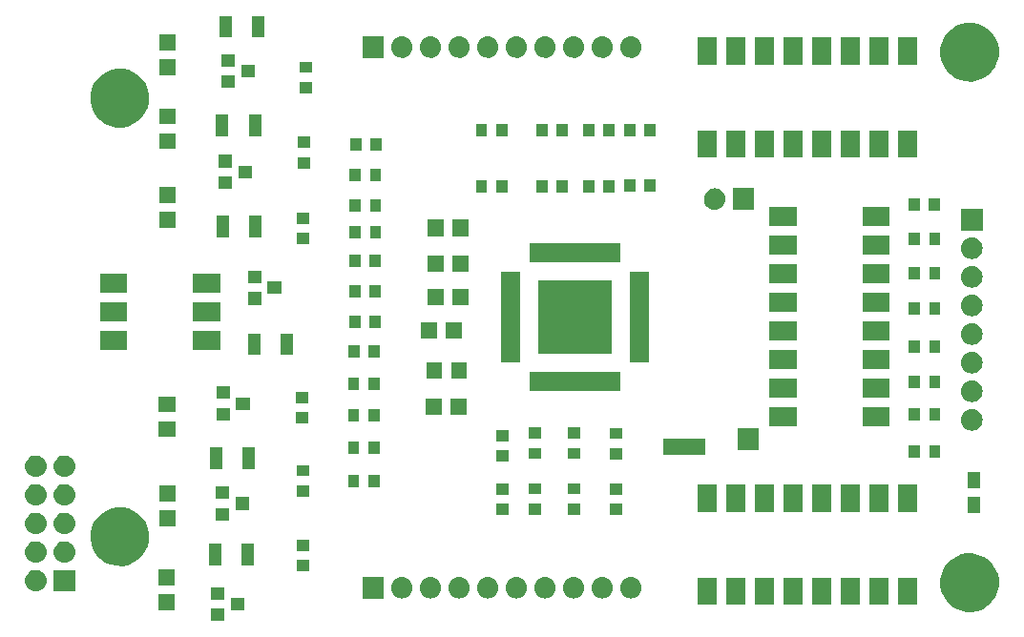
<source format=gbr>
G04 #@! TF.FileFunction,Soldermask,Top*
%FSLAX46Y46*%
G04 Gerber Fmt 4.6, Leading zero omitted, Abs format (unit mm)*
G04 Created by KiCad (PCBNEW 4.0.7) date 05/28/18 23:31:17*
%MOMM*%
%LPD*%
G01*
G04 APERTURE LIST*
%ADD10C,0.100000*%
G04 APERTURE END LIST*
D10*
G36*
X123270000Y-119305000D02*
X122070000Y-119305000D01*
X122070000Y-118195000D01*
X123270000Y-118195000D01*
X123270000Y-119305000D01*
X123270000Y-119305000D01*
G37*
G36*
X189683090Y-113281729D02*
X190182559Y-113384255D01*
X190652610Y-113581846D01*
X191075321Y-113866968D01*
X191434610Y-114228773D01*
X191716774Y-114653465D01*
X191911076Y-115124878D01*
X192010012Y-115624539D01*
X192010012Y-115624556D01*
X192010111Y-115625057D01*
X192001979Y-116207443D01*
X192001865Y-116207944D01*
X192001865Y-116207962D01*
X191889018Y-116704659D01*
X191681628Y-117170465D01*
X191387713Y-117587116D01*
X191018469Y-117938742D01*
X190587953Y-118211956D01*
X190112579Y-118396341D01*
X189610434Y-118484883D01*
X189100655Y-118474205D01*
X188602668Y-118364715D01*
X188135428Y-118160583D01*
X187716733Y-117869583D01*
X187362534Y-117502798D01*
X187086325Y-117074207D01*
X186898624Y-116600129D01*
X186806580Y-116098616D01*
X186813698Y-115588776D01*
X186919710Y-115090034D01*
X187120576Y-114621379D01*
X187408646Y-114200663D01*
X187772947Y-113843914D01*
X188199599Y-113564720D01*
X188672357Y-113373714D01*
X189173219Y-113278169D01*
X189683090Y-113281729D01*
X189683090Y-113281729D01*
G37*
G36*
X125040000Y-118355000D02*
X123840000Y-118355000D01*
X123840000Y-117245000D01*
X125040000Y-117245000D01*
X125040000Y-118355000D01*
X125040000Y-118355000D01*
G37*
G36*
X118855000Y-118310000D02*
X117405000Y-118310000D01*
X117405000Y-116910000D01*
X118855000Y-116910000D01*
X118855000Y-118310000D01*
X118855000Y-118310000D01*
G37*
G36*
X172050000Y-117830000D02*
X170330000Y-117830000D01*
X170330000Y-115430000D01*
X172050000Y-115430000D01*
X172050000Y-117830000D01*
X172050000Y-117830000D01*
G37*
G36*
X169510000Y-117830000D02*
X167790000Y-117830000D01*
X167790000Y-115430000D01*
X169510000Y-115430000D01*
X169510000Y-117830000D01*
X169510000Y-117830000D01*
G37*
G36*
X184750000Y-117830000D02*
X183030000Y-117830000D01*
X183030000Y-115430000D01*
X184750000Y-115430000D01*
X184750000Y-117830000D01*
X184750000Y-117830000D01*
G37*
G36*
X182210000Y-117830000D02*
X180490000Y-117830000D01*
X180490000Y-115430000D01*
X182210000Y-115430000D01*
X182210000Y-117830000D01*
X182210000Y-117830000D01*
G37*
G36*
X179670000Y-117830000D02*
X177950000Y-117830000D01*
X177950000Y-115430000D01*
X179670000Y-115430000D01*
X179670000Y-117830000D01*
X179670000Y-117830000D01*
G37*
G36*
X174590000Y-117830000D02*
X172870000Y-117830000D01*
X172870000Y-115430000D01*
X174590000Y-115430000D01*
X174590000Y-117830000D01*
X174590000Y-117830000D01*
G37*
G36*
X166970000Y-117830000D02*
X165250000Y-117830000D01*
X165250000Y-115430000D01*
X166970000Y-115430000D01*
X166970000Y-117830000D01*
X166970000Y-117830000D01*
G37*
G36*
X177130000Y-117830000D02*
X175410000Y-117830000D01*
X175410000Y-115430000D01*
X177130000Y-115430000D01*
X177130000Y-117830000D01*
X177130000Y-117830000D01*
G37*
G36*
X123270000Y-117405000D02*
X122070000Y-117405000D01*
X122070000Y-116295000D01*
X123270000Y-116295000D01*
X123270000Y-117405000D01*
X123270000Y-117405000D01*
G37*
G36*
X156990950Y-115394795D02*
X156990971Y-115394801D01*
X156991024Y-115394807D01*
X157168140Y-115449633D01*
X157331233Y-115537817D01*
X157474092Y-115656001D01*
X157591275Y-115799681D01*
X157678319Y-115963386D01*
X157731907Y-116140880D01*
X157750000Y-116325403D01*
X157750000Y-116334722D01*
X157749930Y-116344811D01*
X157749928Y-116344826D01*
X157749907Y-116347861D01*
X157729240Y-116532113D01*
X157673179Y-116708842D01*
X157583858Y-116871316D01*
X157464680Y-117013346D01*
X157320185Y-117129523D01*
X157155876Y-117215422D01*
X156978012Y-117267770D01*
X156977958Y-117267775D01*
X156977941Y-117267780D01*
X156793370Y-117284577D01*
X156609050Y-117265205D01*
X156609029Y-117265199D01*
X156608976Y-117265193D01*
X156431860Y-117210367D01*
X156268767Y-117122183D01*
X156125908Y-117003999D01*
X156008725Y-116860319D01*
X155921681Y-116696614D01*
X155868093Y-116519120D01*
X155850000Y-116334597D01*
X155850000Y-116325278D01*
X155850070Y-116315189D01*
X155850072Y-116315174D01*
X155850093Y-116312139D01*
X155870760Y-116127887D01*
X155926821Y-115951158D01*
X156016142Y-115788684D01*
X156135320Y-115646654D01*
X156279815Y-115530477D01*
X156444124Y-115444578D01*
X156621988Y-115392230D01*
X156622042Y-115392225D01*
X156622059Y-115392220D01*
X156806630Y-115375423D01*
X156990950Y-115394795D01*
X156990950Y-115394795D01*
G37*
G36*
X159530950Y-115394795D02*
X159530971Y-115394801D01*
X159531024Y-115394807D01*
X159708140Y-115449633D01*
X159871233Y-115537817D01*
X160014092Y-115656001D01*
X160131275Y-115799681D01*
X160218319Y-115963386D01*
X160271907Y-116140880D01*
X160290000Y-116325403D01*
X160290000Y-116334722D01*
X160289930Y-116344811D01*
X160289928Y-116344826D01*
X160289907Y-116347861D01*
X160269240Y-116532113D01*
X160213179Y-116708842D01*
X160123858Y-116871316D01*
X160004680Y-117013346D01*
X159860185Y-117129523D01*
X159695876Y-117215422D01*
X159518012Y-117267770D01*
X159517958Y-117267775D01*
X159517941Y-117267780D01*
X159333370Y-117284577D01*
X159149050Y-117265205D01*
X159149029Y-117265199D01*
X159148976Y-117265193D01*
X158971860Y-117210367D01*
X158808767Y-117122183D01*
X158665908Y-117003999D01*
X158548725Y-116860319D01*
X158461681Y-116696614D01*
X158408093Y-116519120D01*
X158390000Y-116334597D01*
X158390000Y-116325278D01*
X158390070Y-116315189D01*
X158390072Y-116315174D01*
X158390093Y-116312139D01*
X158410760Y-116127887D01*
X158466821Y-115951158D01*
X158556142Y-115788684D01*
X158675320Y-115646654D01*
X158819815Y-115530477D01*
X158984124Y-115444578D01*
X159161988Y-115392230D01*
X159162042Y-115392225D01*
X159162059Y-115392220D01*
X159346630Y-115375423D01*
X159530950Y-115394795D01*
X159530950Y-115394795D01*
G37*
G36*
X154450950Y-115394795D02*
X154450971Y-115394801D01*
X154451024Y-115394807D01*
X154628140Y-115449633D01*
X154791233Y-115537817D01*
X154934092Y-115656001D01*
X155051275Y-115799681D01*
X155138319Y-115963386D01*
X155191907Y-116140880D01*
X155210000Y-116325403D01*
X155210000Y-116334722D01*
X155209930Y-116344811D01*
X155209928Y-116344826D01*
X155209907Y-116347861D01*
X155189240Y-116532113D01*
X155133179Y-116708842D01*
X155043858Y-116871316D01*
X154924680Y-117013346D01*
X154780185Y-117129523D01*
X154615876Y-117215422D01*
X154438012Y-117267770D01*
X154437958Y-117267775D01*
X154437941Y-117267780D01*
X154253370Y-117284577D01*
X154069050Y-117265205D01*
X154069029Y-117265199D01*
X154068976Y-117265193D01*
X153891860Y-117210367D01*
X153728767Y-117122183D01*
X153585908Y-117003999D01*
X153468725Y-116860319D01*
X153381681Y-116696614D01*
X153328093Y-116519120D01*
X153310000Y-116334597D01*
X153310000Y-116325278D01*
X153310070Y-116315189D01*
X153310072Y-116315174D01*
X153310093Y-116312139D01*
X153330760Y-116127887D01*
X153386821Y-115951158D01*
X153476142Y-115788684D01*
X153595320Y-115646654D01*
X153739815Y-115530477D01*
X153904124Y-115444578D01*
X154081988Y-115392230D01*
X154082042Y-115392225D01*
X154082059Y-115392220D01*
X154266630Y-115375423D01*
X154450950Y-115394795D01*
X154450950Y-115394795D01*
G37*
G36*
X151910950Y-115394795D02*
X151910971Y-115394801D01*
X151911024Y-115394807D01*
X152088140Y-115449633D01*
X152251233Y-115537817D01*
X152394092Y-115656001D01*
X152511275Y-115799681D01*
X152598319Y-115963386D01*
X152651907Y-116140880D01*
X152670000Y-116325403D01*
X152670000Y-116334722D01*
X152669930Y-116344811D01*
X152669928Y-116344826D01*
X152669907Y-116347861D01*
X152649240Y-116532113D01*
X152593179Y-116708842D01*
X152503858Y-116871316D01*
X152384680Y-117013346D01*
X152240185Y-117129523D01*
X152075876Y-117215422D01*
X151898012Y-117267770D01*
X151897958Y-117267775D01*
X151897941Y-117267780D01*
X151713370Y-117284577D01*
X151529050Y-117265205D01*
X151529029Y-117265199D01*
X151528976Y-117265193D01*
X151351860Y-117210367D01*
X151188767Y-117122183D01*
X151045908Y-117003999D01*
X150928725Y-116860319D01*
X150841681Y-116696614D01*
X150788093Y-116519120D01*
X150770000Y-116334597D01*
X150770000Y-116325278D01*
X150770070Y-116315189D01*
X150770072Y-116315174D01*
X150770093Y-116312139D01*
X150790760Y-116127887D01*
X150846821Y-115951158D01*
X150936142Y-115788684D01*
X151055320Y-115646654D01*
X151199815Y-115530477D01*
X151364124Y-115444578D01*
X151541988Y-115392230D01*
X151542042Y-115392225D01*
X151542059Y-115392220D01*
X151726630Y-115375423D01*
X151910950Y-115394795D01*
X151910950Y-115394795D01*
G37*
G36*
X139210950Y-115394795D02*
X139210971Y-115394801D01*
X139211024Y-115394807D01*
X139388140Y-115449633D01*
X139551233Y-115537817D01*
X139694092Y-115656001D01*
X139811275Y-115799681D01*
X139898319Y-115963386D01*
X139951907Y-116140880D01*
X139970000Y-116325403D01*
X139970000Y-116334722D01*
X139969930Y-116344811D01*
X139969928Y-116344826D01*
X139969907Y-116347861D01*
X139949240Y-116532113D01*
X139893179Y-116708842D01*
X139803858Y-116871316D01*
X139684680Y-117013346D01*
X139540185Y-117129523D01*
X139375876Y-117215422D01*
X139198012Y-117267770D01*
X139197958Y-117267775D01*
X139197941Y-117267780D01*
X139013370Y-117284577D01*
X138829050Y-117265205D01*
X138829029Y-117265199D01*
X138828976Y-117265193D01*
X138651860Y-117210367D01*
X138488767Y-117122183D01*
X138345908Y-117003999D01*
X138228725Y-116860319D01*
X138141681Y-116696614D01*
X138088093Y-116519120D01*
X138070000Y-116334597D01*
X138070000Y-116325278D01*
X138070070Y-116315189D01*
X138070072Y-116315174D01*
X138070093Y-116312139D01*
X138090760Y-116127887D01*
X138146821Y-115951158D01*
X138236142Y-115788684D01*
X138355320Y-115646654D01*
X138499815Y-115530477D01*
X138664124Y-115444578D01*
X138841988Y-115392230D01*
X138842042Y-115392225D01*
X138842059Y-115392220D01*
X139026630Y-115375423D01*
X139210950Y-115394795D01*
X139210950Y-115394795D01*
G37*
G36*
X144290950Y-115394795D02*
X144290971Y-115394801D01*
X144291024Y-115394807D01*
X144468140Y-115449633D01*
X144631233Y-115537817D01*
X144774092Y-115656001D01*
X144891275Y-115799681D01*
X144978319Y-115963386D01*
X145031907Y-116140880D01*
X145050000Y-116325403D01*
X145050000Y-116334722D01*
X145049930Y-116344811D01*
X145049928Y-116344826D01*
X145049907Y-116347861D01*
X145029240Y-116532113D01*
X144973179Y-116708842D01*
X144883858Y-116871316D01*
X144764680Y-117013346D01*
X144620185Y-117129523D01*
X144455876Y-117215422D01*
X144278012Y-117267770D01*
X144277958Y-117267775D01*
X144277941Y-117267780D01*
X144093370Y-117284577D01*
X143909050Y-117265205D01*
X143909029Y-117265199D01*
X143908976Y-117265193D01*
X143731860Y-117210367D01*
X143568767Y-117122183D01*
X143425908Y-117003999D01*
X143308725Y-116860319D01*
X143221681Y-116696614D01*
X143168093Y-116519120D01*
X143150000Y-116334597D01*
X143150000Y-116325278D01*
X143150070Y-116315189D01*
X143150072Y-116315174D01*
X143150093Y-116312139D01*
X143170760Y-116127887D01*
X143226821Y-115951158D01*
X143316142Y-115788684D01*
X143435320Y-115646654D01*
X143579815Y-115530477D01*
X143744124Y-115444578D01*
X143921988Y-115392230D01*
X143922042Y-115392225D01*
X143922059Y-115392220D01*
X144106630Y-115375423D01*
X144290950Y-115394795D01*
X144290950Y-115394795D01*
G37*
G36*
X141750950Y-115394795D02*
X141750971Y-115394801D01*
X141751024Y-115394807D01*
X141928140Y-115449633D01*
X142091233Y-115537817D01*
X142234092Y-115656001D01*
X142351275Y-115799681D01*
X142438319Y-115963386D01*
X142491907Y-116140880D01*
X142510000Y-116325403D01*
X142510000Y-116334722D01*
X142509930Y-116344811D01*
X142509928Y-116344826D01*
X142509907Y-116347861D01*
X142489240Y-116532113D01*
X142433179Y-116708842D01*
X142343858Y-116871316D01*
X142224680Y-117013346D01*
X142080185Y-117129523D01*
X141915876Y-117215422D01*
X141738012Y-117267770D01*
X141737958Y-117267775D01*
X141737941Y-117267780D01*
X141553370Y-117284577D01*
X141369050Y-117265205D01*
X141369029Y-117265199D01*
X141368976Y-117265193D01*
X141191860Y-117210367D01*
X141028767Y-117122183D01*
X140885908Y-117003999D01*
X140768725Y-116860319D01*
X140681681Y-116696614D01*
X140628093Y-116519120D01*
X140610000Y-116334597D01*
X140610000Y-116325278D01*
X140610070Y-116315189D01*
X140610072Y-116315174D01*
X140610093Y-116312139D01*
X140630760Y-116127887D01*
X140686821Y-115951158D01*
X140776142Y-115788684D01*
X140895320Y-115646654D01*
X141039815Y-115530477D01*
X141204124Y-115444578D01*
X141381988Y-115392230D01*
X141382042Y-115392225D01*
X141382059Y-115392220D01*
X141566630Y-115375423D01*
X141750950Y-115394795D01*
X141750950Y-115394795D01*
G37*
G36*
X149370950Y-115394795D02*
X149370971Y-115394801D01*
X149371024Y-115394807D01*
X149548140Y-115449633D01*
X149711233Y-115537817D01*
X149854092Y-115656001D01*
X149971275Y-115799681D01*
X150058319Y-115963386D01*
X150111907Y-116140880D01*
X150130000Y-116325403D01*
X150130000Y-116334722D01*
X150129930Y-116344811D01*
X150129928Y-116344826D01*
X150129907Y-116347861D01*
X150109240Y-116532113D01*
X150053179Y-116708842D01*
X149963858Y-116871316D01*
X149844680Y-117013346D01*
X149700185Y-117129523D01*
X149535876Y-117215422D01*
X149358012Y-117267770D01*
X149357958Y-117267775D01*
X149357941Y-117267780D01*
X149173370Y-117284577D01*
X148989050Y-117265205D01*
X148989029Y-117265199D01*
X148988976Y-117265193D01*
X148811860Y-117210367D01*
X148648767Y-117122183D01*
X148505908Y-117003999D01*
X148388725Y-116860319D01*
X148301681Y-116696614D01*
X148248093Y-116519120D01*
X148230000Y-116334597D01*
X148230000Y-116325278D01*
X148230070Y-116315189D01*
X148230072Y-116315174D01*
X148230093Y-116312139D01*
X148250760Y-116127887D01*
X148306821Y-115951158D01*
X148396142Y-115788684D01*
X148515320Y-115646654D01*
X148659815Y-115530477D01*
X148824124Y-115444578D01*
X149001988Y-115392230D01*
X149002042Y-115392225D01*
X149002059Y-115392220D01*
X149186630Y-115375423D01*
X149370950Y-115394795D01*
X149370950Y-115394795D01*
G37*
G36*
X146830950Y-115394795D02*
X146830971Y-115394801D01*
X146831024Y-115394807D01*
X147008140Y-115449633D01*
X147171233Y-115537817D01*
X147314092Y-115656001D01*
X147431275Y-115799681D01*
X147518319Y-115963386D01*
X147571907Y-116140880D01*
X147590000Y-116325403D01*
X147590000Y-116334722D01*
X147589930Y-116344811D01*
X147589928Y-116344826D01*
X147589907Y-116347861D01*
X147569240Y-116532113D01*
X147513179Y-116708842D01*
X147423858Y-116871316D01*
X147304680Y-117013346D01*
X147160185Y-117129523D01*
X146995876Y-117215422D01*
X146818012Y-117267770D01*
X146817958Y-117267775D01*
X146817941Y-117267780D01*
X146633370Y-117284577D01*
X146449050Y-117265205D01*
X146449029Y-117265199D01*
X146448976Y-117265193D01*
X146271860Y-117210367D01*
X146108767Y-117122183D01*
X145965908Y-117003999D01*
X145848725Y-116860319D01*
X145761681Y-116696614D01*
X145708093Y-116519120D01*
X145690000Y-116334597D01*
X145690000Y-116325278D01*
X145690070Y-116315189D01*
X145690072Y-116315174D01*
X145690093Y-116312139D01*
X145710760Y-116127887D01*
X145766821Y-115951158D01*
X145856142Y-115788684D01*
X145975320Y-115646654D01*
X146119815Y-115530477D01*
X146284124Y-115444578D01*
X146461988Y-115392230D01*
X146462042Y-115392225D01*
X146462059Y-115392220D01*
X146646630Y-115375423D01*
X146830950Y-115394795D01*
X146830950Y-115394795D01*
G37*
G36*
X137430000Y-117280000D02*
X135530000Y-117280000D01*
X135530000Y-115380000D01*
X137430000Y-115380000D01*
X137430000Y-117280000D01*
X137430000Y-117280000D01*
G37*
G36*
X110063600Y-116663600D02*
X108136400Y-116663600D01*
X108136400Y-114736400D01*
X110063600Y-114736400D01*
X110063600Y-116663600D01*
X110063600Y-116663600D01*
G37*
G36*
X106575067Y-114736472D02*
X106575074Y-114736473D01*
X106578116Y-114736494D01*
X106765006Y-114757457D01*
X106944264Y-114814321D01*
X107109064Y-114904921D01*
X107253128Y-115025804D01*
X107370968Y-115172368D01*
X107458096Y-115339029D01*
X107511194Y-115519439D01*
X107511198Y-115519483D01*
X107511205Y-115519507D01*
X107528242Y-115706723D01*
X107508592Y-115893686D01*
X107508587Y-115893702D01*
X107508581Y-115893759D01*
X107452969Y-116073410D01*
X107363523Y-116238838D01*
X107243648Y-116383742D01*
X107097910Y-116502603D01*
X106931861Y-116590893D01*
X106751826Y-116645248D01*
X106564662Y-116663600D01*
X106555210Y-116663600D01*
X106544933Y-116663528D01*
X106544926Y-116663527D01*
X106541884Y-116663506D01*
X106354994Y-116642543D01*
X106175736Y-116585679D01*
X106010936Y-116495079D01*
X105866872Y-116374196D01*
X105749032Y-116227632D01*
X105661904Y-116060971D01*
X105608806Y-115880561D01*
X105608802Y-115880517D01*
X105608795Y-115880493D01*
X105591758Y-115693277D01*
X105611408Y-115506314D01*
X105611413Y-115506298D01*
X105611419Y-115506241D01*
X105667031Y-115326590D01*
X105756477Y-115161162D01*
X105876352Y-115016258D01*
X106022090Y-114897397D01*
X106188139Y-114809107D01*
X106368174Y-114754752D01*
X106555338Y-114736400D01*
X106564790Y-114736400D01*
X106575067Y-114736472D01*
X106575067Y-114736472D01*
G37*
G36*
X118855000Y-116110000D02*
X117405000Y-116110000D01*
X117405000Y-114710000D01*
X118855000Y-114710000D01*
X118855000Y-116110000D01*
X118855000Y-116110000D01*
G37*
G36*
X130780000Y-114860000D02*
X129680000Y-114860000D01*
X129680000Y-113860000D01*
X130780000Y-113860000D01*
X130780000Y-114860000D01*
X130780000Y-114860000D01*
G37*
G36*
X114273090Y-109201729D02*
X114772559Y-109304255D01*
X115242610Y-109501846D01*
X115665321Y-109786968D01*
X116024610Y-110148773D01*
X116306774Y-110573465D01*
X116501076Y-111044878D01*
X116600012Y-111544539D01*
X116600012Y-111544556D01*
X116600111Y-111545057D01*
X116591979Y-112127443D01*
X116591865Y-112127944D01*
X116591865Y-112127962D01*
X116479018Y-112624659D01*
X116271628Y-113090465D01*
X115977713Y-113507116D01*
X115608469Y-113858742D01*
X115177953Y-114131956D01*
X114702579Y-114316341D01*
X114200434Y-114404883D01*
X113690655Y-114394205D01*
X113192668Y-114284715D01*
X112725428Y-114080583D01*
X112306733Y-113789583D01*
X111952534Y-113422798D01*
X111676325Y-112994207D01*
X111488624Y-112520129D01*
X111396580Y-112018616D01*
X111403698Y-111508776D01*
X111509710Y-111010034D01*
X111710576Y-110541379D01*
X111998646Y-110120663D01*
X112362947Y-109763914D01*
X112789599Y-109484720D01*
X113262357Y-109293714D01*
X113763219Y-109198169D01*
X114273090Y-109201729D01*
X114273090Y-109201729D01*
G37*
G36*
X123040000Y-114340000D02*
X121940000Y-114340000D01*
X121940000Y-112440000D01*
X123040000Y-112440000D01*
X123040000Y-114340000D01*
X123040000Y-114340000D01*
G37*
G36*
X125940000Y-114340000D02*
X124840000Y-114340000D01*
X124840000Y-112440000D01*
X125940000Y-112440000D01*
X125940000Y-114340000D01*
X125940000Y-114340000D01*
G37*
G36*
X109115067Y-112196472D02*
X109115074Y-112196473D01*
X109118116Y-112196494D01*
X109305006Y-112217457D01*
X109484264Y-112274321D01*
X109649064Y-112364921D01*
X109793128Y-112485804D01*
X109910968Y-112632368D01*
X109998096Y-112799029D01*
X110051194Y-112979439D01*
X110051198Y-112979483D01*
X110051205Y-112979507D01*
X110068242Y-113166723D01*
X110048592Y-113353686D01*
X110048587Y-113353702D01*
X110048581Y-113353759D01*
X109992969Y-113533410D01*
X109903523Y-113698838D01*
X109783648Y-113843742D01*
X109637910Y-113962603D01*
X109471861Y-114050893D01*
X109291826Y-114105248D01*
X109104662Y-114123600D01*
X109095210Y-114123600D01*
X109084933Y-114123528D01*
X109084926Y-114123527D01*
X109081884Y-114123506D01*
X108894994Y-114102543D01*
X108715736Y-114045679D01*
X108550936Y-113955079D01*
X108406872Y-113834196D01*
X108289032Y-113687632D01*
X108201904Y-113520971D01*
X108148806Y-113340561D01*
X108148802Y-113340517D01*
X108148795Y-113340493D01*
X108131758Y-113153277D01*
X108151408Y-112966314D01*
X108151413Y-112966298D01*
X108151419Y-112966241D01*
X108207031Y-112786590D01*
X108296477Y-112621162D01*
X108416352Y-112476258D01*
X108562090Y-112357397D01*
X108728139Y-112269107D01*
X108908174Y-112214752D01*
X109095338Y-112196400D01*
X109104790Y-112196400D01*
X109115067Y-112196472D01*
X109115067Y-112196472D01*
G37*
G36*
X106575067Y-112196472D02*
X106575074Y-112196473D01*
X106578116Y-112196494D01*
X106765006Y-112217457D01*
X106944264Y-112274321D01*
X107109064Y-112364921D01*
X107253128Y-112485804D01*
X107370968Y-112632368D01*
X107458096Y-112799029D01*
X107511194Y-112979439D01*
X107511198Y-112979483D01*
X107511205Y-112979507D01*
X107528242Y-113166723D01*
X107508592Y-113353686D01*
X107508587Y-113353702D01*
X107508581Y-113353759D01*
X107452969Y-113533410D01*
X107363523Y-113698838D01*
X107243648Y-113843742D01*
X107097910Y-113962603D01*
X106931861Y-114050893D01*
X106751826Y-114105248D01*
X106564662Y-114123600D01*
X106555210Y-114123600D01*
X106544933Y-114123528D01*
X106544926Y-114123527D01*
X106541884Y-114123506D01*
X106354994Y-114102543D01*
X106175736Y-114045679D01*
X106010936Y-113955079D01*
X105866872Y-113834196D01*
X105749032Y-113687632D01*
X105661904Y-113520971D01*
X105608806Y-113340561D01*
X105608802Y-113340517D01*
X105608795Y-113340493D01*
X105591758Y-113153277D01*
X105611408Y-112966314D01*
X105611413Y-112966298D01*
X105611419Y-112966241D01*
X105667031Y-112786590D01*
X105756477Y-112621162D01*
X105876352Y-112476258D01*
X106022090Y-112357397D01*
X106188139Y-112269107D01*
X106368174Y-112214752D01*
X106555338Y-112196400D01*
X106564790Y-112196400D01*
X106575067Y-112196472D01*
X106575067Y-112196472D01*
G37*
G36*
X130780000Y-113060000D02*
X129680000Y-113060000D01*
X129680000Y-112060000D01*
X130780000Y-112060000D01*
X130780000Y-113060000D01*
X130780000Y-113060000D01*
G37*
G36*
X109115067Y-109656472D02*
X109115074Y-109656473D01*
X109118116Y-109656494D01*
X109305006Y-109677457D01*
X109484264Y-109734321D01*
X109649064Y-109824921D01*
X109793128Y-109945804D01*
X109910968Y-110092368D01*
X109998096Y-110259029D01*
X110051194Y-110439439D01*
X110051198Y-110439483D01*
X110051205Y-110439507D01*
X110068242Y-110626723D01*
X110048592Y-110813686D01*
X110048587Y-110813702D01*
X110048581Y-110813759D01*
X109992969Y-110993410D01*
X109903523Y-111158838D01*
X109783648Y-111303742D01*
X109637910Y-111422603D01*
X109471861Y-111510893D01*
X109291826Y-111565248D01*
X109104662Y-111583600D01*
X109095210Y-111583600D01*
X109084933Y-111583528D01*
X109084926Y-111583527D01*
X109081884Y-111583506D01*
X108894994Y-111562543D01*
X108715736Y-111505679D01*
X108550936Y-111415079D01*
X108406872Y-111294196D01*
X108289032Y-111147632D01*
X108201904Y-110980971D01*
X108148806Y-110800561D01*
X108148802Y-110800517D01*
X108148795Y-110800493D01*
X108131758Y-110613277D01*
X108151408Y-110426314D01*
X108151413Y-110426298D01*
X108151419Y-110426241D01*
X108207031Y-110246590D01*
X108296477Y-110081162D01*
X108416352Y-109936258D01*
X108562090Y-109817397D01*
X108728139Y-109729107D01*
X108908174Y-109674752D01*
X109095338Y-109656400D01*
X109104790Y-109656400D01*
X109115067Y-109656472D01*
X109115067Y-109656472D01*
G37*
G36*
X106575067Y-109656472D02*
X106575074Y-109656473D01*
X106578116Y-109656494D01*
X106765006Y-109677457D01*
X106944264Y-109734321D01*
X107109064Y-109824921D01*
X107253128Y-109945804D01*
X107370968Y-110092368D01*
X107458096Y-110259029D01*
X107511194Y-110439439D01*
X107511198Y-110439483D01*
X107511205Y-110439507D01*
X107528242Y-110626723D01*
X107508592Y-110813686D01*
X107508587Y-110813702D01*
X107508581Y-110813759D01*
X107452969Y-110993410D01*
X107363523Y-111158838D01*
X107243648Y-111303742D01*
X107097910Y-111422603D01*
X106931861Y-111510893D01*
X106751826Y-111565248D01*
X106564662Y-111583600D01*
X106555210Y-111583600D01*
X106544933Y-111583528D01*
X106544926Y-111583527D01*
X106541884Y-111583506D01*
X106354994Y-111562543D01*
X106175736Y-111505679D01*
X106010936Y-111415079D01*
X105866872Y-111294196D01*
X105749032Y-111147632D01*
X105661904Y-110980971D01*
X105608806Y-110800561D01*
X105608802Y-110800517D01*
X105608795Y-110800493D01*
X105591758Y-110613277D01*
X105611408Y-110426314D01*
X105611413Y-110426298D01*
X105611419Y-110426241D01*
X105667031Y-110246590D01*
X105756477Y-110081162D01*
X105876352Y-109936258D01*
X106022090Y-109817397D01*
X106188139Y-109729107D01*
X106368174Y-109674752D01*
X106555338Y-109656400D01*
X106564790Y-109656400D01*
X106575067Y-109656472D01*
X106575067Y-109656472D01*
G37*
G36*
X118965000Y-110880000D02*
X117515000Y-110880000D01*
X117515000Y-109480000D01*
X118965000Y-109480000D01*
X118965000Y-110880000D01*
X118965000Y-110880000D01*
G37*
G36*
X123720000Y-110355000D02*
X122520000Y-110355000D01*
X122520000Y-109245000D01*
X123720000Y-109245000D01*
X123720000Y-110355000D01*
X123720000Y-110355000D01*
G37*
G36*
X158610000Y-109850000D02*
X157510000Y-109850000D01*
X157510000Y-108850000D01*
X158610000Y-108850000D01*
X158610000Y-109850000D01*
X158610000Y-109850000D01*
G37*
G36*
X148530000Y-109850000D02*
X147430000Y-109850000D01*
X147430000Y-108850000D01*
X148530000Y-108850000D01*
X148530000Y-109850000D01*
X148530000Y-109850000D01*
G37*
G36*
X154890000Y-109840000D02*
X153790000Y-109840000D01*
X153790000Y-108840000D01*
X154890000Y-108840000D01*
X154890000Y-109840000D01*
X154890000Y-109840000D01*
G37*
G36*
X151410000Y-109830000D02*
X150310000Y-109830000D01*
X150310000Y-108830000D01*
X151410000Y-108830000D01*
X151410000Y-109830000D01*
X151410000Y-109830000D01*
G37*
G36*
X190290000Y-109680000D02*
X189190000Y-109680000D01*
X189190000Y-108280000D01*
X190290000Y-108280000D01*
X190290000Y-109680000D01*
X190290000Y-109680000D01*
G37*
G36*
X166970000Y-109570000D02*
X165250000Y-109570000D01*
X165250000Y-107170000D01*
X166970000Y-107170000D01*
X166970000Y-109570000D01*
X166970000Y-109570000D01*
G37*
G36*
X174590000Y-109570000D02*
X172870000Y-109570000D01*
X172870000Y-107170000D01*
X174590000Y-107170000D01*
X174590000Y-109570000D01*
X174590000Y-109570000D01*
G37*
G36*
X184750000Y-109570000D02*
X183030000Y-109570000D01*
X183030000Y-107170000D01*
X184750000Y-107170000D01*
X184750000Y-109570000D01*
X184750000Y-109570000D01*
G37*
G36*
X169510000Y-109570000D02*
X167790000Y-109570000D01*
X167790000Y-107170000D01*
X169510000Y-107170000D01*
X169510000Y-109570000D01*
X169510000Y-109570000D01*
G37*
G36*
X172050000Y-109570000D02*
X170330000Y-109570000D01*
X170330000Y-107170000D01*
X172050000Y-107170000D01*
X172050000Y-109570000D01*
X172050000Y-109570000D01*
G37*
G36*
X177130000Y-109570000D02*
X175410000Y-109570000D01*
X175410000Y-107170000D01*
X177130000Y-107170000D01*
X177130000Y-109570000D01*
X177130000Y-109570000D01*
G37*
G36*
X182210000Y-109570000D02*
X180490000Y-109570000D01*
X180490000Y-107170000D01*
X182210000Y-107170000D01*
X182210000Y-109570000D01*
X182210000Y-109570000D01*
G37*
G36*
X179670000Y-109570000D02*
X177950000Y-109570000D01*
X177950000Y-107170000D01*
X179670000Y-107170000D01*
X179670000Y-109570000D01*
X179670000Y-109570000D01*
G37*
G36*
X125490000Y-109405000D02*
X124290000Y-109405000D01*
X124290000Y-108295000D01*
X125490000Y-108295000D01*
X125490000Y-109405000D01*
X125490000Y-109405000D01*
G37*
G36*
X109115067Y-107116472D02*
X109115074Y-107116473D01*
X109118116Y-107116494D01*
X109305006Y-107137457D01*
X109484264Y-107194321D01*
X109649064Y-107284921D01*
X109793128Y-107405804D01*
X109910968Y-107552368D01*
X109998096Y-107719029D01*
X110051194Y-107899439D01*
X110051198Y-107899483D01*
X110051205Y-107899507D01*
X110068242Y-108086723D01*
X110048592Y-108273686D01*
X110048587Y-108273702D01*
X110048581Y-108273759D01*
X109992969Y-108453410D01*
X109903523Y-108618838D01*
X109783648Y-108763742D01*
X109637910Y-108882603D01*
X109471861Y-108970893D01*
X109291826Y-109025248D01*
X109104662Y-109043600D01*
X109095210Y-109043600D01*
X109084933Y-109043528D01*
X109084926Y-109043527D01*
X109081884Y-109043506D01*
X108894994Y-109022543D01*
X108715736Y-108965679D01*
X108550936Y-108875079D01*
X108406872Y-108754196D01*
X108289032Y-108607632D01*
X108201904Y-108440971D01*
X108148806Y-108260561D01*
X108148802Y-108260517D01*
X108148795Y-108260493D01*
X108131758Y-108073277D01*
X108151408Y-107886314D01*
X108151413Y-107886298D01*
X108151419Y-107886241D01*
X108207031Y-107706590D01*
X108296477Y-107541162D01*
X108416352Y-107396258D01*
X108562090Y-107277397D01*
X108728139Y-107189107D01*
X108908174Y-107134752D01*
X109095338Y-107116400D01*
X109104790Y-107116400D01*
X109115067Y-107116472D01*
X109115067Y-107116472D01*
G37*
G36*
X106575067Y-107116472D02*
X106575074Y-107116473D01*
X106578116Y-107116494D01*
X106765006Y-107137457D01*
X106944264Y-107194321D01*
X107109064Y-107284921D01*
X107253128Y-107405804D01*
X107370968Y-107552368D01*
X107458096Y-107719029D01*
X107511194Y-107899439D01*
X107511198Y-107899483D01*
X107511205Y-107899507D01*
X107528242Y-108086723D01*
X107508592Y-108273686D01*
X107508587Y-108273702D01*
X107508581Y-108273759D01*
X107452969Y-108453410D01*
X107363523Y-108618838D01*
X107243648Y-108763742D01*
X107097910Y-108882603D01*
X106931861Y-108970893D01*
X106751826Y-109025248D01*
X106564662Y-109043600D01*
X106555210Y-109043600D01*
X106544933Y-109043528D01*
X106544926Y-109043527D01*
X106541884Y-109043506D01*
X106354994Y-109022543D01*
X106175736Y-108965679D01*
X106010936Y-108875079D01*
X105866872Y-108754196D01*
X105749032Y-108607632D01*
X105661904Y-108440971D01*
X105608806Y-108260561D01*
X105608802Y-108260517D01*
X105608795Y-108260493D01*
X105591758Y-108073277D01*
X105611408Y-107886314D01*
X105611413Y-107886298D01*
X105611419Y-107886241D01*
X105667031Y-107706590D01*
X105756477Y-107541162D01*
X105876352Y-107396258D01*
X106022090Y-107277397D01*
X106188139Y-107189107D01*
X106368174Y-107134752D01*
X106555338Y-107116400D01*
X106564790Y-107116400D01*
X106575067Y-107116472D01*
X106575067Y-107116472D01*
G37*
G36*
X118965000Y-108680000D02*
X117515000Y-108680000D01*
X117515000Y-107280000D01*
X118965000Y-107280000D01*
X118965000Y-108680000D01*
X118965000Y-108680000D01*
G37*
G36*
X123720000Y-108455000D02*
X122520000Y-108455000D01*
X122520000Y-107345000D01*
X123720000Y-107345000D01*
X123720000Y-108455000D01*
X123720000Y-108455000D01*
G37*
G36*
X130810000Y-108230000D02*
X129710000Y-108230000D01*
X129710000Y-107230000D01*
X130810000Y-107230000D01*
X130810000Y-108230000D01*
X130810000Y-108230000D01*
G37*
G36*
X158610000Y-108050000D02*
X157510000Y-108050000D01*
X157510000Y-107050000D01*
X158610000Y-107050000D01*
X158610000Y-108050000D01*
X158610000Y-108050000D01*
G37*
G36*
X148530000Y-108050000D02*
X147430000Y-108050000D01*
X147430000Y-107050000D01*
X148530000Y-107050000D01*
X148530000Y-108050000D01*
X148530000Y-108050000D01*
G37*
G36*
X154890000Y-108040000D02*
X153790000Y-108040000D01*
X153790000Y-107040000D01*
X154890000Y-107040000D01*
X154890000Y-108040000D01*
X154890000Y-108040000D01*
G37*
G36*
X151410000Y-108030000D02*
X150310000Y-108030000D01*
X150310000Y-107030000D01*
X151410000Y-107030000D01*
X151410000Y-108030000D01*
X151410000Y-108030000D01*
G37*
G36*
X190290000Y-107480000D02*
X189190000Y-107480000D01*
X189190000Y-106080000D01*
X190290000Y-106080000D01*
X190290000Y-107480000D01*
X190290000Y-107480000D01*
G37*
G36*
X135240000Y-107420000D02*
X134240000Y-107420000D01*
X134240000Y-106320000D01*
X135240000Y-106320000D01*
X135240000Y-107420000D01*
X135240000Y-107420000D01*
G37*
G36*
X137040000Y-107420000D02*
X136040000Y-107420000D01*
X136040000Y-106320000D01*
X137040000Y-106320000D01*
X137040000Y-107420000D01*
X137040000Y-107420000D01*
G37*
G36*
X106575067Y-104576472D02*
X106575074Y-104576473D01*
X106578116Y-104576494D01*
X106765006Y-104597457D01*
X106944264Y-104654321D01*
X107109064Y-104744921D01*
X107253128Y-104865804D01*
X107370968Y-105012368D01*
X107458096Y-105179029D01*
X107511194Y-105359439D01*
X107511198Y-105359483D01*
X107511205Y-105359507D01*
X107528242Y-105546723D01*
X107508592Y-105733686D01*
X107508587Y-105733702D01*
X107508581Y-105733759D01*
X107452969Y-105913410D01*
X107363523Y-106078838D01*
X107243648Y-106223742D01*
X107097910Y-106342603D01*
X106931861Y-106430893D01*
X106751826Y-106485248D01*
X106564662Y-106503600D01*
X106555210Y-106503600D01*
X106544933Y-106503528D01*
X106544926Y-106503527D01*
X106541884Y-106503506D01*
X106354994Y-106482543D01*
X106175736Y-106425679D01*
X106010936Y-106335079D01*
X105866872Y-106214196D01*
X105749032Y-106067632D01*
X105661904Y-105900971D01*
X105608806Y-105720561D01*
X105608802Y-105720517D01*
X105608795Y-105720493D01*
X105591758Y-105533277D01*
X105611408Y-105346314D01*
X105611413Y-105346298D01*
X105611419Y-105346241D01*
X105667031Y-105166590D01*
X105756477Y-105001162D01*
X105876352Y-104856258D01*
X106022090Y-104737397D01*
X106188139Y-104649107D01*
X106368174Y-104594752D01*
X106555338Y-104576400D01*
X106564790Y-104576400D01*
X106575067Y-104576472D01*
X106575067Y-104576472D01*
G37*
G36*
X109115067Y-104576472D02*
X109115074Y-104576473D01*
X109118116Y-104576494D01*
X109305006Y-104597457D01*
X109484264Y-104654321D01*
X109649064Y-104744921D01*
X109793128Y-104865804D01*
X109910968Y-105012368D01*
X109998096Y-105179029D01*
X110051194Y-105359439D01*
X110051198Y-105359483D01*
X110051205Y-105359507D01*
X110068242Y-105546723D01*
X110048592Y-105733686D01*
X110048587Y-105733702D01*
X110048581Y-105733759D01*
X109992969Y-105913410D01*
X109903523Y-106078838D01*
X109783648Y-106223742D01*
X109637910Y-106342603D01*
X109471861Y-106430893D01*
X109291826Y-106485248D01*
X109104662Y-106503600D01*
X109095210Y-106503600D01*
X109084933Y-106503528D01*
X109084926Y-106503527D01*
X109081884Y-106503506D01*
X108894994Y-106482543D01*
X108715736Y-106425679D01*
X108550936Y-106335079D01*
X108406872Y-106214196D01*
X108289032Y-106067632D01*
X108201904Y-105900971D01*
X108148806Y-105720561D01*
X108148802Y-105720517D01*
X108148795Y-105720493D01*
X108131758Y-105533277D01*
X108151408Y-105346314D01*
X108151413Y-105346298D01*
X108151419Y-105346241D01*
X108207031Y-105166590D01*
X108296477Y-105001162D01*
X108416352Y-104856258D01*
X108562090Y-104737397D01*
X108728139Y-104649107D01*
X108908174Y-104594752D01*
X109095338Y-104576400D01*
X109104790Y-104576400D01*
X109115067Y-104576472D01*
X109115067Y-104576472D01*
G37*
G36*
X130810000Y-106430000D02*
X129710000Y-106430000D01*
X129710000Y-105430000D01*
X130810000Y-105430000D01*
X130810000Y-106430000D01*
X130810000Y-106430000D01*
G37*
G36*
X126000000Y-105780000D02*
X124900000Y-105780000D01*
X124900000Y-103880000D01*
X126000000Y-103880000D01*
X126000000Y-105780000D01*
X126000000Y-105780000D01*
G37*
G36*
X123100000Y-105780000D02*
X122000000Y-105780000D01*
X122000000Y-103880000D01*
X123100000Y-103880000D01*
X123100000Y-105780000D01*
X123100000Y-105780000D01*
G37*
G36*
X148530000Y-105110000D02*
X147430000Y-105110000D01*
X147430000Y-104110000D01*
X148530000Y-104110000D01*
X148530000Y-105110000D01*
X148530000Y-105110000D01*
G37*
G36*
X158610000Y-104920000D02*
X157510000Y-104920000D01*
X157510000Y-103920000D01*
X158610000Y-103920000D01*
X158610000Y-104920000D01*
X158610000Y-104920000D01*
G37*
G36*
X154890000Y-104910000D02*
X153790000Y-104910000D01*
X153790000Y-103910000D01*
X154890000Y-103910000D01*
X154890000Y-104910000D01*
X154890000Y-104910000D01*
G37*
G36*
X151410000Y-104900000D02*
X150310000Y-104900000D01*
X150310000Y-103900000D01*
X151410000Y-103900000D01*
X151410000Y-104900000D01*
X151410000Y-104900000D01*
G37*
G36*
X185010000Y-104800000D02*
X184010000Y-104800000D01*
X184010000Y-103700000D01*
X185010000Y-103700000D01*
X185010000Y-104800000D01*
X185010000Y-104800000D01*
G37*
G36*
X186810000Y-104800000D02*
X185810000Y-104800000D01*
X185810000Y-103700000D01*
X186810000Y-103700000D01*
X186810000Y-104800000D01*
X186810000Y-104800000D01*
G37*
G36*
X165955000Y-104545000D02*
X162245000Y-104545000D01*
X162245000Y-103075000D01*
X165955000Y-103075000D01*
X165955000Y-104545000D01*
X165955000Y-104545000D01*
G37*
G36*
X137040000Y-104410000D02*
X136040000Y-104410000D01*
X136040000Y-103310000D01*
X137040000Y-103310000D01*
X137040000Y-104410000D01*
X137040000Y-104410000D01*
G37*
G36*
X135240000Y-104410000D02*
X134240000Y-104410000D01*
X134240000Y-103310000D01*
X135240000Y-103310000D01*
X135240000Y-104410000D01*
X135240000Y-104410000D01*
G37*
G36*
X170690000Y-104100000D02*
X168790000Y-104100000D01*
X168790000Y-102200000D01*
X170690000Y-102200000D01*
X170690000Y-104100000D01*
X170690000Y-104100000D01*
G37*
G36*
X148530000Y-103310000D02*
X147430000Y-103310000D01*
X147430000Y-102310000D01*
X148530000Y-102310000D01*
X148530000Y-103310000D01*
X148530000Y-103310000D01*
G37*
G36*
X158610000Y-103120000D02*
X157510000Y-103120000D01*
X157510000Y-102120000D01*
X158610000Y-102120000D01*
X158610000Y-103120000D01*
X158610000Y-103120000D01*
G37*
G36*
X154890000Y-103110000D02*
X153790000Y-103110000D01*
X153790000Y-102110000D01*
X154890000Y-102110000D01*
X154890000Y-103110000D01*
X154890000Y-103110000D01*
G37*
G36*
X151410000Y-103100000D02*
X150310000Y-103100000D01*
X150310000Y-102100000D01*
X151410000Y-102100000D01*
X151410000Y-103100000D01*
X151410000Y-103100000D01*
G37*
G36*
X118915000Y-102940000D02*
X117465000Y-102940000D01*
X117465000Y-101540000D01*
X118915000Y-101540000D01*
X118915000Y-102940000D01*
X118915000Y-102940000D01*
G37*
G36*
X189614811Y-100480070D02*
X189614826Y-100480072D01*
X189617861Y-100480093D01*
X189802113Y-100500760D01*
X189978842Y-100556821D01*
X190141316Y-100646142D01*
X190283346Y-100765320D01*
X190399523Y-100909815D01*
X190485422Y-101074124D01*
X190537770Y-101251988D01*
X190537775Y-101252042D01*
X190537780Y-101252059D01*
X190554577Y-101436630D01*
X190535205Y-101620950D01*
X190535199Y-101620971D01*
X190535193Y-101621024D01*
X190480367Y-101798140D01*
X190392183Y-101961233D01*
X190273999Y-102104092D01*
X190130319Y-102221275D01*
X189966614Y-102308319D01*
X189789120Y-102361907D01*
X189604597Y-102380000D01*
X189595278Y-102380000D01*
X189585189Y-102379930D01*
X189585174Y-102379928D01*
X189582139Y-102379907D01*
X189397887Y-102359240D01*
X189221158Y-102303179D01*
X189058684Y-102213858D01*
X188916654Y-102094680D01*
X188800477Y-101950185D01*
X188714578Y-101785876D01*
X188662230Y-101608012D01*
X188662225Y-101607958D01*
X188662220Y-101607941D01*
X188645423Y-101423370D01*
X188664795Y-101239050D01*
X188664801Y-101239029D01*
X188664807Y-101238976D01*
X188719633Y-101061860D01*
X188807817Y-100898767D01*
X188926001Y-100755908D01*
X189069681Y-100638725D01*
X189233386Y-100551681D01*
X189410880Y-100498093D01*
X189595403Y-100480000D01*
X189604722Y-100480000D01*
X189614811Y-100480070D01*
X189614811Y-100480070D01*
G37*
G36*
X182300000Y-101990000D02*
X179900000Y-101990000D01*
X179900000Y-100270000D01*
X182300000Y-100270000D01*
X182300000Y-101990000D01*
X182300000Y-101990000D01*
G37*
G36*
X174040000Y-101990000D02*
X171640000Y-101990000D01*
X171640000Y-100270000D01*
X174040000Y-100270000D01*
X174040000Y-101990000D01*
X174040000Y-101990000D01*
G37*
G36*
X130700000Y-101760000D02*
X129600000Y-101760000D01*
X129600000Y-100760000D01*
X130700000Y-100760000D01*
X130700000Y-101760000D01*
X130700000Y-101760000D01*
G37*
G36*
X137040000Y-101590000D02*
X136040000Y-101590000D01*
X136040000Y-100490000D01*
X137040000Y-100490000D01*
X137040000Y-101590000D01*
X137040000Y-101590000D01*
G37*
G36*
X135240000Y-101590000D02*
X134240000Y-101590000D01*
X134240000Y-100490000D01*
X135240000Y-100490000D01*
X135240000Y-101590000D01*
X135240000Y-101590000D01*
G37*
G36*
X185010000Y-101500000D02*
X184010000Y-101500000D01*
X184010000Y-100400000D01*
X185010000Y-100400000D01*
X185010000Y-101500000D01*
X185010000Y-101500000D01*
G37*
G36*
X186810000Y-101500000D02*
X185810000Y-101500000D01*
X185810000Y-100400000D01*
X186810000Y-100400000D01*
X186810000Y-101500000D01*
X186810000Y-101500000D01*
G37*
G36*
X123760000Y-101475000D02*
X122560000Y-101475000D01*
X122560000Y-100365000D01*
X123760000Y-100365000D01*
X123760000Y-101475000D01*
X123760000Y-101475000D01*
G37*
G36*
X144770000Y-101015000D02*
X143370000Y-101015000D01*
X143370000Y-99565000D01*
X144770000Y-99565000D01*
X144770000Y-101015000D01*
X144770000Y-101015000D01*
G37*
G36*
X142570000Y-101015000D02*
X141170000Y-101015000D01*
X141170000Y-99565000D01*
X142570000Y-99565000D01*
X142570000Y-101015000D01*
X142570000Y-101015000D01*
G37*
G36*
X118915000Y-100740000D02*
X117465000Y-100740000D01*
X117465000Y-99340000D01*
X118915000Y-99340000D01*
X118915000Y-100740000D01*
X118915000Y-100740000D01*
G37*
G36*
X125530000Y-100525000D02*
X124330000Y-100525000D01*
X124330000Y-99415000D01*
X125530000Y-99415000D01*
X125530000Y-100525000D01*
X125530000Y-100525000D01*
G37*
G36*
X130700000Y-99960000D02*
X129600000Y-99960000D01*
X129600000Y-98960000D01*
X130700000Y-98960000D01*
X130700000Y-99960000D01*
X130700000Y-99960000D01*
G37*
G36*
X189614811Y-97940070D02*
X189614826Y-97940072D01*
X189617861Y-97940093D01*
X189802113Y-97960760D01*
X189978842Y-98016821D01*
X190141316Y-98106142D01*
X190283346Y-98225320D01*
X190399523Y-98369815D01*
X190485422Y-98534124D01*
X190537770Y-98711988D01*
X190537775Y-98712042D01*
X190537780Y-98712059D01*
X190554577Y-98896630D01*
X190535205Y-99080950D01*
X190535199Y-99080971D01*
X190535193Y-99081024D01*
X190480367Y-99258140D01*
X190392183Y-99421233D01*
X190273999Y-99564092D01*
X190130319Y-99681275D01*
X189966614Y-99768319D01*
X189789120Y-99821907D01*
X189604597Y-99840000D01*
X189595278Y-99840000D01*
X189585189Y-99839930D01*
X189585174Y-99839928D01*
X189582139Y-99839907D01*
X189397887Y-99819240D01*
X189221158Y-99763179D01*
X189058684Y-99673858D01*
X188916654Y-99554680D01*
X188800477Y-99410185D01*
X188714578Y-99245876D01*
X188662230Y-99068012D01*
X188662225Y-99067958D01*
X188662220Y-99067941D01*
X188645423Y-98883370D01*
X188664795Y-98699050D01*
X188664801Y-98699029D01*
X188664807Y-98698976D01*
X188719633Y-98521860D01*
X188807817Y-98358767D01*
X188926001Y-98215908D01*
X189069681Y-98098725D01*
X189233386Y-98011681D01*
X189410880Y-97958093D01*
X189595403Y-97940000D01*
X189604722Y-97940000D01*
X189614811Y-97940070D01*
X189614811Y-97940070D01*
G37*
G36*
X123760000Y-99575000D02*
X122560000Y-99575000D01*
X122560000Y-98465000D01*
X123760000Y-98465000D01*
X123760000Y-99575000D01*
X123760000Y-99575000D01*
G37*
G36*
X174040000Y-99450000D02*
X171640000Y-99450000D01*
X171640000Y-97730000D01*
X174040000Y-97730000D01*
X174040000Y-99450000D01*
X174040000Y-99450000D01*
G37*
G36*
X182300000Y-99450000D02*
X179900000Y-99450000D01*
X179900000Y-97730000D01*
X182300000Y-97730000D01*
X182300000Y-99450000D01*
X182300000Y-99450000D01*
G37*
G36*
X158400000Y-98850000D02*
X150400000Y-98850000D01*
X150400000Y-97150000D01*
X158400000Y-97150000D01*
X158400000Y-98850000D01*
X158400000Y-98850000D01*
G37*
G36*
X137050000Y-98770000D02*
X136050000Y-98770000D01*
X136050000Y-97670000D01*
X137050000Y-97670000D01*
X137050000Y-98770000D01*
X137050000Y-98770000D01*
G37*
G36*
X135250000Y-98770000D02*
X134250000Y-98770000D01*
X134250000Y-97670000D01*
X135250000Y-97670000D01*
X135250000Y-98770000D01*
X135250000Y-98770000D01*
G37*
G36*
X186810000Y-98590000D02*
X185810000Y-98590000D01*
X185810000Y-97490000D01*
X186810000Y-97490000D01*
X186810000Y-98590000D01*
X186810000Y-98590000D01*
G37*
G36*
X185010000Y-98590000D02*
X184010000Y-98590000D01*
X184010000Y-97490000D01*
X185010000Y-97490000D01*
X185010000Y-98590000D01*
X185010000Y-98590000D01*
G37*
G36*
X144810000Y-97765000D02*
X143410000Y-97765000D01*
X143410000Y-96315000D01*
X144810000Y-96315000D01*
X144810000Y-97765000D01*
X144810000Y-97765000D01*
G37*
G36*
X142610000Y-97765000D02*
X141210000Y-97765000D01*
X141210000Y-96315000D01*
X142610000Y-96315000D01*
X142610000Y-97765000D01*
X142610000Y-97765000D01*
G37*
G36*
X189614811Y-95400070D02*
X189614826Y-95400072D01*
X189617861Y-95400093D01*
X189802113Y-95420760D01*
X189978842Y-95476821D01*
X190141316Y-95566142D01*
X190283346Y-95685320D01*
X190399523Y-95829815D01*
X190485422Y-95994124D01*
X190537770Y-96171988D01*
X190537775Y-96172042D01*
X190537780Y-96172059D01*
X190554577Y-96356630D01*
X190535205Y-96540950D01*
X190535199Y-96540971D01*
X190535193Y-96541024D01*
X190480367Y-96718140D01*
X190392183Y-96881233D01*
X190273999Y-97024092D01*
X190130319Y-97141275D01*
X189966614Y-97228319D01*
X189789120Y-97281907D01*
X189604597Y-97300000D01*
X189595278Y-97300000D01*
X189585189Y-97299930D01*
X189585174Y-97299928D01*
X189582139Y-97299907D01*
X189397887Y-97279240D01*
X189221158Y-97223179D01*
X189058684Y-97133858D01*
X188916654Y-97014680D01*
X188800477Y-96870185D01*
X188714578Y-96705876D01*
X188662230Y-96528012D01*
X188662225Y-96527958D01*
X188662220Y-96527941D01*
X188645423Y-96343370D01*
X188664795Y-96159050D01*
X188664801Y-96159029D01*
X188664807Y-96158976D01*
X188719633Y-95981860D01*
X188807817Y-95818767D01*
X188926001Y-95675908D01*
X189069681Y-95558725D01*
X189233386Y-95471681D01*
X189410880Y-95418093D01*
X189595403Y-95400000D01*
X189604722Y-95400000D01*
X189614811Y-95400070D01*
X189614811Y-95400070D01*
G37*
G36*
X174040000Y-96910000D02*
X171640000Y-96910000D01*
X171640000Y-95190000D01*
X174040000Y-95190000D01*
X174040000Y-96910000D01*
X174040000Y-96910000D01*
G37*
G36*
X182300000Y-96910000D02*
X179900000Y-96910000D01*
X179900000Y-95190000D01*
X182300000Y-95190000D01*
X182300000Y-96910000D01*
X182300000Y-96910000D01*
G37*
G36*
X160950000Y-96300000D02*
X159250000Y-96300000D01*
X159250000Y-88300000D01*
X160950000Y-88300000D01*
X160950000Y-96300000D01*
X160950000Y-96300000D01*
G37*
G36*
X149550000Y-96300000D02*
X147850000Y-96300000D01*
X147850000Y-88300000D01*
X149550000Y-88300000D01*
X149550000Y-96300000D01*
X149550000Y-96300000D01*
G37*
G36*
X137100000Y-95920000D02*
X136100000Y-95920000D01*
X136100000Y-94820000D01*
X137100000Y-94820000D01*
X137100000Y-95920000D01*
X137100000Y-95920000D01*
G37*
G36*
X135300000Y-95920000D02*
X134300000Y-95920000D01*
X134300000Y-94820000D01*
X135300000Y-94820000D01*
X135300000Y-95920000D01*
X135300000Y-95920000D01*
G37*
G36*
X129410000Y-95670000D02*
X128310000Y-95670000D01*
X128310000Y-93770000D01*
X129410000Y-93770000D01*
X129410000Y-95670000D01*
X129410000Y-95670000D01*
G37*
G36*
X126510000Y-95670000D02*
X125410000Y-95670000D01*
X125410000Y-93770000D01*
X126510000Y-93770000D01*
X126510000Y-95670000D01*
X126510000Y-95670000D01*
G37*
G36*
X157650000Y-95550000D02*
X151150000Y-95550000D01*
X151150000Y-89050000D01*
X157650000Y-89050000D01*
X157650000Y-95550000D01*
X157650000Y-95550000D01*
G37*
G36*
X185010000Y-95440000D02*
X184010000Y-95440000D01*
X184010000Y-94340000D01*
X185010000Y-94340000D01*
X185010000Y-95440000D01*
X185010000Y-95440000D01*
G37*
G36*
X186810000Y-95440000D02*
X185810000Y-95440000D01*
X185810000Y-94340000D01*
X186810000Y-94340000D01*
X186810000Y-95440000D01*
X186810000Y-95440000D01*
G37*
G36*
X122910000Y-95210000D02*
X120510000Y-95210000D01*
X120510000Y-93490000D01*
X122910000Y-93490000D01*
X122910000Y-95210000D01*
X122910000Y-95210000D01*
G37*
G36*
X114650000Y-95210000D02*
X112250000Y-95210000D01*
X112250000Y-93490000D01*
X114650000Y-93490000D01*
X114650000Y-95210000D01*
X114650000Y-95210000D01*
G37*
G36*
X189614811Y-92860070D02*
X189614826Y-92860072D01*
X189617861Y-92860093D01*
X189802113Y-92880760D01*
X189978842Y-92936821D01*
X190141316Y-93026142D01*
X190283346Y-93145320D01*
X190399523Y-93289815D01*
X190485422Y-93454124D01*
X190537770Y-93631988D01*
X190537775Y-93632042D01*
X190537780Y-93632059D01*
X190554577Y-93816630D01*
X190535205Y-94000950D01*
X190535199Y-94000971D01*
X190535193Y-94001024D01*
X190480367Y-94178140D01*
X190392183Y-94341233D01*
X190273999Y-94484092D01*
X190130319Y-94601275D01*
X189966614Y-94688319D01*
X189789120Y-94741907D01*
X189604597Y-94760000D01*
X189595278Y-94760000D01*
X189585189Y-94759930D01*
X189585174Y-94759928D01*
X189582139Y-94759907D01*
X189397887Y-94739240D01*
X189221158Y-94683179D01*
X189058684Y-94593858D01*
X188916654Y-94474680D01*
X188800477Y-94330185D01*
X188714578Y-94165876D01*
X188662230Y-93988012D01*
X188662225Y-93987958D01*
X188662220Y-93987941D01*
X188645423Y-93803370D01*
X188664795Y-93619050D01*
X188664801Y-93619029D01*
X188664807Y-93618976D01*
X188719633Y-93441860D01*
X188807817Y-93278767D01*
X188926001Y-93135908D01*
X189069681Y-93018725D01*
X189233386Y-92931681D01*
X189410880Y-92878093D01*
X189595403Y-92860000D01*
X189604722Y-92860000D01*
X189614811Y-92860070D01*
X189614811Y-92860070D01*
G37*
G36*
X182300000Y-94370000D02*
X179900000Y-94370000D01*
X179900000Y-92650000D01*
X182300000Y-92650000D01*
X182300000Y-94370000D01*
X182300000Y-94370000D01*
G37*
G36*
X174040000Y-94370000D02*
X171640000Y-94370000D01*
X171640000Y-92650000D01*
X174040000Y-92650000D01*
X174040000Y-94370000D01*
X174040000Y-94370000D01*
G37*
G36*
X144350000Y-94235000D02*
X142950000Y-94235000D01*
X142950000Y-92785000D01*
X144350000Y-92785000D01*
X144350000Y-94235000D01*
X144350000Y-94235000D01*
G37*
G36*
X142150000Y-94235000D02*
X140750000Y-94235000D01*
X140750000Y-92785000D01*
X142150000Y-92785000D01*
X142150000Y-94235000D01*
X142150000Y-94235000D01*
G37*
G36*
X135340000Y-93250000D02*
X134340000Y-93250000D01*
X134340000Y-92150000D01*
X135340000Y-92150000D01*
X135340000Y-93250000D01*
X135340000Y-93250000D01*
G37*
G36*
X137140000Y-93250000D02*
X136140000Y-93250000D01*
X136140000Y-92150000D01*
X137140000Y-92150000D01*
X137140000Y-93250000D01*
X137140000Y-93250000D01*
G37*
G36*
X114650000Y-92670000D02*
X112250000Y-92670000D01*
X112250000Y-90950000D01*
X114650000Y-90950000D01*
X114650000Y-92670000D01*
X114650000Y-92670000D01*
G37*
G36*
X122910000Y-92670000D02*
X120510000Y-92670000D01*
X120510000Y-90950000D01*
X122910000Y-90950000D01*
X122910000Y-92670000D01*
X122910000Y-92670000D01*
G37*
G36*
X189614811Y-90320070D02*
X189614826Y-90320072D01*
X189617861Y-90320093D01*
X189802113Y-90340760D01*
X189978842Y-90396821D01*
X190141316Y-90486142D01*
X190283346Y-90605320D01*
X190399523Y-90749815D01*
X190485422Y-90914124D01*
X190537770Y-91091988D01*
X190537775Y-91092042D01*
X190537780Y-91092059D01*
X190554577Y-91276630D01*
X190535205Y-91460950D01*
X190535199Y-91460971D01*
X190535193Y-91461024D01*
X190480367Y-91638140D01*
X190392183Y-91801233D01*
X190273999Y-91944092D01*
X190130319Y-92061275D01*
X189966614Y-92148319D01*
X189789120Y-92201907D01*
X189604597Y-92220000D01*
X189595278Y-92220000D01*
X189585189Y-92219930D01*
X189585174Y-92219928D01*
X189582139Y-92219907D01*
X189397887Y-92199240D01*
X189221158Y-92143179D01*
X189058684Y-92053858D01*
X188916654Y-91934680D01*
X188800477Y-91790185D01*
X188714578Y-91625876D01*
X188662230Y-91448012D01*
X188662225Y-91447958D01*
X188662220Y-91447941D01*
X188645423Y-91263370D01*
X188664795Y-91079050D01*
X188664801Y-91079029D01*
X188664807Y-91078976D01*
X188719633Y-90901860D01*
X188807817Y-90738767D01*
X188926001Y-90595908D01*
X189069681Y-90478725D01*
X189233386Y-90391681D01*
X189410880Y-90338093D01*
X189595403Y-90320000D01*
X189604722Y-90320000D01*
X189614811Y-90320070D01*
X189614811Y-90320070D01*
G37*
G36*
X186810000Y-92110000D02*
X185810000Y-92110000D01*
X185810000Y-91010000D01*
X186810000Y-91010000D01*
X186810000Y-92110000D01*
X186810000Y-92110000D01*
G37*
G36*
X185010000Y-92110000D02*
X184010000Y-92110000D01*
X184010000Y-91010000D01*
X185010000Y-91010000D01*
X185010000Y-92110000D01*
X185010000Y-92110000D01*
G37*
G36*
X174040000Y-91830000D02*
X171640000Y-91830000D01*
X171640000Y-90110000D01*
X174040000Y-90110000D01*
X174040000Y-91830000D01*
X174040000Y-91830000D01*
G37*
G36*
X182300000Y-91830000D02*
X179900000Y-91830000D01*
X179900000Y-90110000D01*
X182300000Y-90110000D01*
X182300000Y-91830000D01*
X182300000Y-91830000D01*
G37*
G36*
X142710000Y-91215000D02*
X141310000Y-91215000D01*
X141310000Y-89765000D01*
X142710000Y-89765000D01*
X142710000Y-91215000D01*
X142710000Y-91215000D01*
G37*
G36*
X144910000Y-91215000D02*
X143510000Y-91215000D01*
X143510000Y-89765000D01*
X144910000Y-89765000D01*
X144910000Y-91215000D01*
X144910000Y-91215000D01*
G37*
G36*
X126550000Y-91205000D02*
X125350000Y-91205000D01*
X125350000Y-90095000D01*
X126550000Y-90095000D01*
X126550000Y-91205000D01*
X126550000Y-91205000D01*
G37*
G36*
X137160000Y-90590000D02*
X136160000Y-90590000D01*
X136160000Y-89490000D01*
X137160000Y-89490000D01*
X137160000Y-90590000D01*
X137160000Y-90590000D01*
G37*
G36*
X135360000Y-90590000D02*
X134360000Y-90590000D01*
X134360000Y-89490000D01*
X135360000Y-89490000D01*
X135360000Y-90590000D01*
X135360000Y-90590000D01*
G37*
G36*
X128320000Y-90255000D02*
X127120000Y-90255000D01*
X127120000Y-89145000D01*
X128320000Y-89145000D01*
X128320000Y-90255000D01*
X128320000Y-90255000D01*
G37*
G36*
X122910000Y-90130000D02*
X120510000Y-90130000D01*
X120510000Y-88410000D01*
X122910000Y-88410000D01*
X122910000Y-90130000D01*
X122910000Y-90130000D01*
G37*
G36*
X114650000Y-90130000D02*
X112250000Y-90130000D01*
X112250000Y-88410000D01*
X114650000Y-88410000D01*
X114650000Y-90130000D01*
X114650000Y-90130000D01*
G37*
G36*
X189614811Y-87780070D02*
X189614826Y-87780072D01*
X189617861Y-87780093D01*
X189802113Y-87800760D01*
X189978842Y-87856821D01*
X190141316Y-87946142D01*
X190283346Y-88065320D01*
X190399523Y-88209815D01*
X190485422Y-88374124D01*
X190537770Y-88551988D01*
X190537775Y-88552042D01*
X190537780Y-88552059D01*
X190554577Y-88736630D01*
X190535205Y-88920950D01*
X190535199Y-88920971D01*
X190535193Y-88921024D01*
X190480367Y-89098140D01*
X190392183Y-89261233D01*
X190273999Y-89404092D01*
X190130319Y-89521275D01*
X189966614Y-89608319D01*
X189789120Y-89661907D01*
X189604597Y-89680000D01*
X189595278Y-89680000D01*
X189585189Y-89679930D01*
X189585174Y-89679928D01*
X189582139Y-89679907D01*
X189397887Y-89659240D01*
X189221158Y-89603179D01*
X189058684Y-89513858D01*
X188916654Y-89394680D01*
X188800477Y-89250185D01*
X188714578Y-89085876D01*
X188662230Y-88908012D01*
X188662225Y-88907958D01*
X188662220Y-88907941D01*
X188645423Y-88723370D01*
X188664795Y-88539050D01*
X188664801Y-88539029D01*
X188664807Y-88538976D01*
X188719633Y-88361860D01*
X188807817Y-88198767D01*
X188926001Y-88055908D01*
X189069681Y-87938725D01*
X189233386Y-87851681D01*
X189410880Y-87798093D01*
X189595403Y-87780000D01*
X189604722Y-87780000D01*
X189614811Y-87780070D01*
X189614811Y-87780070D01*
G37*
G36*
X126550000Y-89305000D02*
X125350000Y-89305000D01*
X125350000Y-88195000D01*
X126550000Y-88195000D01*
X126550000Y-89305000D01*
X126550000Y-89305000D01*
G37*
G36*
X182300000Y-89290000D02*
X179900000Y-89290000D01*
X179900000Y-87570000D01*
X182300000Y-87570000D01*
X182300000Y-89290000D01*
X182300000Y-89290000D01*
G37*
G36*
X174040000Y-89290000D02*
X171640000Y-89290000D01*
X171640000Y-87570000D01*
X174040000Y-87570000D01*
X174040000Y-89290000D01*
X174040000Y-89290000D01*
G37*
G36*
X186810000Y-88920000D02*
X185810000Y-88920000D01*
X185810000Y-87820000D01*
X186810000Y-87820000D01*
X186810000Y-88920000D01*
X186810000Y-88920000D01*
G37*
G36*
X185010000Y-88920000D02*
X184010000Y-88920000D01*
X184010000Y-87820000D01*
X185010000Y-87820000D01*
X185010000Y-88920000D01*
X185010000Y-88920000D01*
G37*
G36*
X142750000Y-88255000D02*
X141350000Y-88255000D01*
X141350000Y-86805000D01*
X142750000Y-86805000D01*
X142750000Y-88255000D01*
X142750000Y-88255000D01*
G37*
G36*
X144950000Y-88255000D02*
X143550000Y-88255000D01*
X143550000Y-86805000D01*
X144950000Y-86805000D01*
X144950000Y-88255000D01*
X144950000Y-88255000D01*
G37*
G36*
X135340000Y-87810000D02*
X134340000Y-87810000D01*
X134340000Y-86710000D01*
X135340000Y-86710000D01*
X135340000Y-87810000D01*
X135340000Y-87810000D01*
G37*
G36*
X137140000Y-87810000D02*
X136140000Y-87810000D01*
X136140000Y-86710000D01*
X137140000Y-86710000D01*
X137140000Y-87810000D01*
X137140000Y-87810000D01*
G37*
G36*
X158400000Y-87450000D02*
X150400000Y-87450000D01*
X150400000Y-85750000D01*
X158400000Y-85750000D01*
X158400000Y-87450000D01*
X158400000Y-87450000D01*
G37*
G36*
X189614811Y-85240070D02*
X189614826Y-85240072D01*
X189617861Y-85240093D01*
X189802113Y-85260760D01*
X189978842Y-85316821D01*
X190141316Y-85406142D01*
X190283346Y-85525320D01*
X190399523Y-85669815D01*
X190485422Y-85834124D01*
X190537770Y-86011988D01*
X190537775Y-86012042D01*
X190537780Y-86012059D01*
X190554577Y-86196630D01*
X190535205Y-86380950D01*
X190535199Y-86380971D01*
X190535193Y-86381024D01*
X190480367Y-86558140D01*
X190392183Y-86721233D01*
X190273999Y-86864092D01*
X190130319Y-86981275D01*
X189966614Y-87068319D01*
X189789120Y-87121907D01*
X189604597Y-87140000D01*
X189595278Y-87140000D01*
X189585189Y-87139930D01*
X189585174Y-87139928D01*
X189582139Y-87139907D01*
X189397887Y-87119240D01*
X189221158Y-87063179D01*
X189058684Y-86973858D01*
X188916654Y-86854680D01*
X188800477Y-86710185D01*
X188714578Y-86545876D01*
X188662230Y-86368012D01*
X188662225Y-86367958D01*
X188662220Y-86367941D01*
X188645423Y-86183370D01*
X188664795Y-85999050D01*
X188664801Y-85999029D01*
X188664807Y-85998976D01*
X188719633Y-85821860D01*
X188807817Y-85658767D01*
X188926001Y-85515908D01*
X189069681Y-85398725D01*
X189233386Y-85311681D01*
X189410880Y-85258093D01*
X189595403Y-85240000D01*
X189604722Y-85240000D01*
X189614811Y-85240070D01*
X189614811Y-85240070D01*
G37*
G36*
X174040000Y-86750000D02*
X171640000Y-86750000D01*
X171640000Y-85030000D01*
X174040000Y-85030000D01*
X174040000Y-86750000D01*
X174040000Y-86750000D01*
G37*
G36*
X182300000Y-86750000D02*
X179900000Y-86750000D01*
X179900000Y-85030000D01*
X182300000Y-85030000D01*
X182300000Y-86750000D01*
X182300000Y-86750000D01*
G37*
G36*
X186810000Y-85890000D02*
X185810000Y-85890000D01*
X185810000Y-84790000D01*
X186810000Y-84790000D01*
X186810000Y-85890000D01*
X186810000Y-85890000D01*
G37*
G36*
X185010000Y-85890000D02*
X184010000Y-85890000D01*
X184010000Y-84790000D01*
X185010000Y-84790000D01*
X185010000Y-85890000D01*
X185010000Y-85890000D01*
G37*
G36*
X130850000Y-85830000D02*
X129750000Y-85830000D01*
X129750000Y-84830000D01*
X130850000Y-84830000D01*
X130850000Y-85830000D01*
X130850000Y-85830000D01*
G37*
G36*
X137190000Y-85310000D02*
X136190000Y-85310000D01*
X136190000Y-84210000D01*
X137190000Y-84210000D01*
X137190000Y-85310000D01*
X137190000Y-85310000D01*
G37*
G36*
X135390000Y-85310000D02*
X134390000Y-85310000D01*
X134390000Y-84210000D01*
X135390000Y-84210000D01*
X135390000Y-85310000D01*
X135390000Y-85310000D01*
G37*
G36*
X126560000Y-85220000D02*
X125460000Y-85220000D01*
X125460000Y-83320000D01*
X126560000Y-83320000D01*
X126560000Y-85220000D01*
X126560000Y-85220000D01*
G37*
G36*
X123660000Y-85220000D02*
X122560000Y-85220000D01*
X122560000Y-83320000D01*
X123660000Y-83320000D01*
X123660000Y-85220000D01*
X123660000Y-85220000D01*
G37*
G36*
X142750000Y-85105000D02*
X141350000Y-85105000D01*
X141350000Y-83655000D01*
X142750000Y-83655000D01*
X142750000Y-85105000D01*
X142750000Y-85105000D01*
G37*
G36*
X144950000Y-85105000D02*
X143550000Y-85105000D01*
X143550000Y-83655000D01*
X144950000Y-83655000D01*
X144950000Y-85105000D01*
X144950000Y-85105000D01*
G37*
G36*
X190550000Y-84600000D02*
X188650000Y-84600000D01*
X188650000Y-82700000D01*
X190550000Y-82700000D01*
X190550000Y-84600000D01*
X190550000Y-84600000D01*
G37*
G36*
X118945000Y-84360000D02*
X117495000Y-84360000D01*
X117495000Y-82960000D01*
X118945000Y-82960000D01*
X118945000Y-84360000D01*
X118945000Y-84360000D01*
G37*
G36*
X182300000Y-84210000D02*
X179900000Y-84210000D01*
X179900000Y-82490000D01*
X182300000Y-82490000D01*
X182300000Y-84210000D01*
X182300000Y-84210000D01*
G37*
G36*
X174040000Y-84210000D02*
X171640000Y-84210000D01*
X171640000Y-82490000D01*
X174040000Y-82490000D01*
X174040000Y-84210000D01*
X174040000Y-84210000D01*
G37*
G36*
X130850000Y-84030000D02*
X129750000Y-84030000D01*
X129750000Y-83030000D01*
X130850000Y-83030000D01*
X130850000Y-84030000D01*
X130850000Y-84030000D01*
G37*
G36*
X137200000Y-82910000D02*
X136200000Y-82910000D01*
X136200000Y-81810000D01*
X137200000Y-81810000D01*
X137200000Y-82910000D01*
X137200000Y-82910000D01*
G37*
G36*
X135400000Y-82910000D02*
X134400000Y-82910000D01*
X134400000Y-81810000D01*
X135400000Y-81810000D01*
X135400000Y-82910000D01*
X135400000Y-82910000D01*
G37*
G36*
X184980000Y-82830000D02*
X183980000Y-82830000D01*
X183980000Y-81730000D01*
X184980000Y-81730000D01*
X184980000Y-82830000D01*
X184980000Y-82830000D01*
G37*
G36*
X186780000Y-82830000D02*
X185780000Y-82830000D01*
X185780000Y-81730000D01*
X186780000Y-81730000D01*
X186780000Y-82830000D01*
X186780000Y-82830000D01*
G37*
G36*
X166970950Y-80874795D02*
X166970971Y-80874801D01*
X166971024Y-80874807D01*
X167148140Y-80929633D01*
X167311233Y-81017817D01*
X167454092Y-81136001D01*
X167571275Y-81279681D01*
X167658319Y-81443386D01*
X167711907Y-81620880D01*
X167730000Y-81805403D01*
X167730000Y-81814722D01*
X167729930Y-81824811D01*
X167729928Y-81824826D01*
X167729907Y-81827861D01*
X167709240Y-82012113D01*
X167653179Y-82188842D01*
X167563858Y-82351316D01*
X167444680Y-82493346D01*
X167300185Y-82609523D01*
X167135876Y-82695422D01*
X166958012Y-82747770D01*
X166957958Y-82747775D01*
X166957941Y-82747780D01*
X166773370Y-82764577D01*
X166589050Y-82745205D01*
X166589029Y-82745199D01*
X166588976Y-82745193D01*
X166411860Y-82690367D01*
X166248767Y-82602183D01*
X166105908Y-82483999D01*
X165988725Y-82340319D01*
X165901681Y-82176614D01*
X165848093Y-81999120D01*
X165830000Y-81814597D01*
X165830000Y-81805278D01*
X165830070Y-81795189D01*
X165830072Y-81795174D01*
X165830093Y-81792139D01*
X165850760Y-81607887D01*
X165906821Y-81431158D01*
X165996142Y-81268684D01*
X166115320Y-81126654D01*
X166259815Y-81010477D01*
X166424124Y-80924578D01*
X166601988Y-80872230D01*
X166602042Y-80872225D01*
X166602059Y-80872220D01*
X166786630Y-80855423D01*
X166970950Y-80874795D01*
X166970950Y-80874795D01*
G37*
G36*
X170270000Y-82760000D02*
X168370000Y-82760000D01*
X168370000Y-80860000D01*
X170270000Y-80860000D01*
X170270000Y-82760000D01*
X170270000Y-82760000D01*
G37*
G36*
X118945000Y-82160000D02*
X117495000Y-82160000D01*
X117495000Y-80760000D01*
X118945000Y-80760000D01*
X118945000Y-82160000D01*
X118945000Y-82160000D01*
G37*
G36*
X148390000Y-81220000D02*
X147390000Y-81220000D01*
X147390000Y-80120000D01*
X148390000Y-80120000D01*
X148390000Y-81220000D01*
X148390000Y-81220000D01*
G37*
G36*
X153760000Y-81220000D02*
X152760000Y-81220000D01*
X152760000Y-80120000D01*
X153760000Y-80120000D01*
X153760000Y-81220000D01*
X153760000Y-81220000D01*
G37*
G36*
X146590000Y-81220000D02*
X145590000Y-81220000D01*
X145590000Y-80120000D01*
X146590000Y-80120000D01*
X146590000Y-81220000D01*
X146590000Y-81220000D01*
G37*
G36*
X157910000Y-81220000D02*
X156910000Y-81220000D01*
X156910000Y-80120000D01*
X157910000Y-80120000D01*
X157910000Y-81220000D01*
X157910000Y-81220000D01*
G37*
G36*
X156110000Y-81220000D02*
X155110000Y-81220000D01*
X155110000Y-80120000D01*
X156110000Y-80120000D01*
X156110000Y-81220000D01*
X156110000Y-81220000D01*
G37*
G36*
X151960000Y-81220000D02*
X150960000Y-81220000D01*
X150960000Y-80120000D01*
X151960000Y-80120000D01*
X151960000Y-81220000D01*
X151960000Y-81220000D01*
G37*
G36*
X159750000Y-81200000D02*
X158750000Y-81200000D01*
X158750000Y-80100000D01*
X159750000Y-80100000D01*
X159750000Y-81200000D01*
X159750000Y-81200000D01*
G37*
G36*
X161550000Y-81200000D02*
X160550000Y-81200000D01*
X160550000Y-80100000D01*
X161550000Y-80100000D01*
X161550000Y-81200000D01*
X161550000Y-81200000D01*
G37*
G36*
X123950000Y-80905000D02*
X122750000Y-80905000D01*
X122750000Y-79795000D01*
X123950000Y-79795000D01*
X123950000Y-80905000D01*
X123950000Y-80905000D01*
G37*
G36*
X135390000Y-80270000D02*
X134390000Y-80270000D01*
X134390000Y-79170000D01*
X135390000Y-79170000D01*
X135390000Y-80270000D01*
X135390000Y-80270000D01*
G37*
G36*
X137190000Y-80270000D02*
X136190000Y-80270000D01*
X136190000Y-79170000D01*
X137190000Y-79170000D01*
X137190000Y-80270000D01*
X137190000Y-80270000D01*
G37*
G36*
X125720000Y-79955000D02*
X124520000Y-79955000D01*
X124520000Y-78845000D01*
X125720000Y-78845000D01*
X125720000Y-79955000D01*
X125720000Y-79955000D01*
G37*
G36*
X130930000Y-79090000D02*
X129830000Y-79090000D01*
X129830000Y-78090000D01*
X130930000Y-78090000D01*
X130930000Y-79090000D01*
X130930000Y-79090000D01*
G37*
G36*
X123950000Y-79005000D02*
X122750000Y-79005000D01*
X122750000Y-77895000D01*
X123950000Y-77895000D01*
X123950000Y-79005000D01*
X123950000Y-79005000D01*
G37*
G36*
X182210000Y-78130000D02*
X180490000Y-78130000D01*
X180490000Y-75730000D01*
X182210000Y-75730000D01*
X182210000Y-78130000D01*
X182210000Y-78130000D01*
G37*
G36*
X184750000Y-78130000D02*
X183030000Y-78130000D01*
X183030000Y-75730000D01*
X184750000Y-75730000D01*
X184750000Y-78130000D01*
X184750000Y-78130000D01*
G37*
G36*
X179670000Y-78130000D02*
X177950000Y-78130000D01*
X177950000Y-75730000D01*
X179670000Y-75730000D01*
X179670000Y-78130000D01*
X179670000Y-78130000D01*
G37*
G36*
X177130000Y-78130000D02*
X175410000Y-78130000D01*
X175410000Y-75730000D01*
X177130000Y-75730000D01*
X177130000Y-78130000D01*
X177130000Y-78130000D01*
G37*
G36*
X166970000Y-78130000D02*
X165250000Y-78130000D01*
X165250000Y-75730000D01*
X166970000Y-75730000D01*
X166970000Y-78130000D01*
X166970000Y-78130000D01*
G37*
G36*
X169510000Y-78130000D02*
X167790000Y-78130000D01*
X167790000Y-75730000D01*
X169510000Y-75730000D01*
X169510000Y-78130000D01*
X169510000Y-78130000D01*
G37*
G36*
X172050000Y-78130000D02*
X170330000Y-78130000D01*
X170330000Y-75730000D01*
X172050000Y-75730000D01*
X172050000Y-78130000D01*
X172050000Y-78130000D01*
G37*
G36*
X174590000Y-78130000D02*
X172870000Y-78130000D01*
X172870000Y-75730000D01*
X174590000Y-75730000D01*
X174590000Y-78130000D01*
X174590000Y-78130000D01*
G37*
G36*
X135430000Y-77560000D02*
X134430000Y-77560000D01*
X134430000Y-76460000D01*
X135430000Y-76460000D01*
X135430000Y-77560000D01*
X135430000Y-77560000D01*
G37*
G36*
X137230000Y-77560000D02*
X136230000Y-77560000D01*
X136230000Y-76460000D01*
X137230000Y-76460000D01*
X137230000Y-77560000D01*
X137230000Y-77560000D01*
G37*
G36*
X118955000Y-77360000D02*
X117505000Y-77360000D01*
X117505000Y-75960000D01*
X118955000Y-75960000D01*
X118955000Y-77360000D01*
X118955000Y-77360000D01*
G37*
G36*
X130930000Y-77290000D02*
X129830000Y-77290000D01*
X129830000Y-76290000D01*
X130930000Y-76290000D01*
X130930000Y-77290000D01*
X130930000Y-77290000D01*
G37*
G36*
X156110000Y-76290000D02*
X155110000Y-76290000D01*
X155110000Y-75190000D01*
X156110000Y-75190000D01*
X156110000Y-76290000D01*
X156110000Y-76290000D01*
G37*
G36*
X157910000Y-76290000D02*
X156910000Y-76290000D01*
X156910000Y-75190000D01*
X157910000Y-75190000D01*
X157910000Y-76290000D01*
X157910000Y-76290000D01*
G37*
G36*
X146590000Y-76290000D02*
X145590000Y-76290000D01*
X145590000Y-75190000D01*
X146590000Y-75190000D01*
X146590000Y-76290000D01*
X146590000Y-76290000D01*
G37*
G36*
X148390000Y-76290000D02*
X147390000Y-76290000D01*
X147390000Y-75190000D01*
X148390000Y-75190000D01*
X148390000Y-76290000D01*
X148390000Y-76290000D01*
G37*
G36*
X161550000Y-76270000D02*
X160550000Y-76270000D01*
X160550000Y-75170000D01*
X161550000Y-75170000D01*
X161550000Y-76270000D01*
X161550000Y-76270000D01*
G37*
G36*
X159750000Y-76270000D02*
X158750000Y-76270000D01*
X158750000Y-75170000D01*
X159750000Y-75170000D01*
X159750000Y-76270000D01*
X159750000Y-76270000D01*
G37*
G36*
X153760000Y-76270000D02*
X152760000Y-76270000D01*
X152760000Y-75170000D01*
X153760000Y-75170000D01*
X153760000Y-76270000D01*
X153760000Y-76270000D01*
G37*
G36*
X151960000Y-76270000D02*
X150960000Y-76270000D01*
X150960000Y-75170000D01*
X151960000Y-75170000D01*
X151960000Y-76270000D01*
X151960000Y-76270000D01*
G37*
G36*
X123650000Y-76240000D02*
X122550000Y-76240000D01*
X122550000Y-74340000D01*
X123650000Y-74340000D01*
X123650000Y-76240000D01*
X123650000Y-76240000D01*
G37*
G36*
X126550000Y-76240000D02*
X125450000Y-76240000D01*
X125450000Y-74340000D01*
X126550000Y-74340000D01*
X126550000Y-76240000D01*
X126550000Y-76240000D01*
G37*
G36*
X114273090Y-70261729D02*
X114772559Y-70364255D01*
X115242610Y-70561846D01*
X115665321Y-70846968D01*
X116024610Y-71208773D01*
X116306774Y-71633465D01*
X116501076Y-72104878D01*
X116600012Y-72604539D01*
X116600012Y-72604556D01*
X116600111Y-72605057D01*
X116591979Y-73187443D01*
X116591865Y-73187944D01*
X116591865Y-73187962D01*
X116479018Y-73684659D01*
X116271628Y-74150465D01*
X115977713Y-74567116D01*
X115608469Y-74918742D01*
X115177953Y-75191956D01*
X114702579Y-75376341D01*
X114200434Y-75464883D01*
X113690655Y-75454205D01*
X113192668Y-75344715D01*
X112725428Y-75140583D01*
X112306733Y-74849583D01*
X111952534Y-74482798D01*
X111676325Y-74054207D01*
X111488624Y-73580129D01*
X111396580Y-73078616D01*
X111403698Y-72568776D01*
X111509710Y-72070034D01*
X111710576Y-71601379D01*
X111998646Y-71180663D01*
X112362947Y-70823914D01*
X112789599Y-70544720D01*
X113262357Y-70353714D01*
X113763219Y-70258169D01*
X114273090Y-70261729D01*
X114273090Y-70261729D01*
G37*
G36*
X118955000Y-75160000D02*
X117505000Y-75160000D01*
X117505000Y-73760000D01*
X118955000Y-73760000D01*
X118955000Y-75160000D01*
X118955000Y-75160000D01*
G37*
G36*
X131040000Y-72420000D02*
X129940000Y-72420000D01*
X129940000Y-71420000D01*
X131040000Y-71420000D01*
X131040000Y-72420000D01*
X131040000Y-72420000D01*
G37*
G36*
X124210000Y-71955000D02*
X123010000Y-71955000D01*
X123010000Y-70845000D01*
X124210000Y-70845000D01*
X124210000Y-71955000D01*
X124210000Y-71955000D01*
G37*
G36*
X189683090Y-66181729D02*
X190182559Y-66284255D01*
X190652610Y-66481846D01*
X191075321Y-66766968D01*
X191434610Y-67128773D01*
X191716774Y-67553465D01*
X191911076Y-68024878D01*
X192010012Y-68524539D01*
X192010012Y-68524556D01*
X192010111Y-68525057D01*
X192001979Y-69107443D01*
X192001865Y-69107944D01*
X192001865Y-69107962D01*
X191889018Y-69604659D01*
X191681628Y-70070465D01*
X191387713Y-70487116D01*
X191018469Y-70838742D01*
X190587953Y-71111956D01*
X190112579Y-71296341D01*
X189610434Y-71384883D01*
X189100655Y-71374205D01*
X188602668Y-71264715D01*
X188135428Y-71060583D01*
X187716733Y-70769583D01*
X187362534Y-70402798D01*
X187086325Y-69974207D01*
X186898624Y-69500129D01*
X186806580Y-68998616D01*
X186813698Y-68488776D01*
X186919710Y-67990034D01*
X187120576Y-67521379D01*
X187408646Y-67100663D01*
X187772947Y-66743914D01*
X188199599Y-66464720D01*
X188672357Y-66273714D01*
X189173219Y-66178169D01*
X189683090Y-66181729D01*
X189683090Y-66181729D01*
G37*
G36*
X125980000Y-71005000D02*
X124780000Y-71005000D01*
X124780000Y-69895000D01*
X125980000Y-69895000D01*
X125980000Y-71005000D01*
X125980000Y-71005000D01*
G37*
G36*
X118975000Y-70820000D02*
X117525000Y-70820000D01*
X117525000Y-69420000D01*
X118975000Y-69420000D01*
X118975000Y-70820000D01*
X118975000Y-70820000D01*
G37*
G36*
X131040000Y-70620000D02*
X129940000Y-70620000D01*
X129940000Y-69620000D01*
X131040000Y-69620000D01*
X131040000Y-70620000D01*
X131040000Y-70620000D01*
G37*
G36*
X124210000Y-70055000D02*
X123010000Y-70055000D01*
X123010000Y-68945000D01*
X124210000Y-68945000D01*
X124210000Y-70055000D01*
X124210000Y-70055000D01*
G37*
G36*
X172050000Y-69870000D02*
X170330000Y-69870000D01*
X170330000Y-67470000D01*
X172050000Y-67470000D01*
X172050000Y-69870000D01*
X172050000Y-69870000D01*
G37*
G36*
X166970000Y-69870000D02*
X165250000Y-69870000D01*
X165250000Y-67470000D01*
X166970000Y-67470000D01*
X166970000Y-69870000D01*
X166970000Y-69870000D01*
G37*
G36*
X169510000Y-69870000D02*
X167790000Y-69870000D01*
X167790000Y-67470000D01*
X169510000Y-67470000D01*
X169510000Y-69870000D01*
X169510000Y-69870000D01*
G37*
G36*
X174590000Y-69870000D02*
X172870000Y-69870000D01*
X172870000Y-67470000D01*
X174590000Y-67470000D01*
X174590000Y-69870000D01*
X174590000Y-69870000D01*
G37*
G36*
X179670000Y-69870000D02*
X177950000Y-69870000D01*
X177950000Y-67470000D01*
X179670000Y-67470000D01*
X179670000Y-69870000D01*
X179670000Y-69870000D01*
G37*
G36*
X182210000Y-69870000D02*
X180490000Y-69870000D01*
X180490000Y-67470000D01*
X182210000Y-67470000D01*
X182210000Y-69870000D01*
X182210000Y-69870000D01*
G37*
G36*
X184750000Y-69870000D02*
X183030000Y-69870000D01*
X183030000Y-67470000D01*
X184750000Y-67470000D01*
X184750000Y-69870000D01*
X184750000Y-69870000D01*
G37*
G36*
X177130000Y-69870000D02*
X175410000Y-69870000D01*
X175410000Y-67470000D01*
X177130000Y-67470000D01*
X177130000Y-69870000D01*
X177130000Y-69870000D01*
G37*
G36*
X146830950Y-67394795D02*
X146830971Y-67394801D01*
X146831024Y-67394807D01*
X147008140Y-67449633D01*
X147171233Y-67537817D01*
X147314092Y-67656001D01*
X147431275Y-67799681D01*
X147518319Y-67963386D01*
X147571907Y-68140880D01*
X147590000Y-68325403D01*
X147590000Y-68334722D01*
X147589930Y-68344811D01*
X147589928Y-68344826D01*
X147589907Y-68347861D01*
X147569240Y-68532113D01*
X147513179Y-68708842D01*
X147423858Y-68871316D01*
X147304680Y-69013346D01*
X147160185Y-69129523D01*
X146995876Y-69215422D01*
X146818012Y-69267770D01*
X146817958Y-69267775D01*
X146817941Y-69267780D01*
X146633370Y-69284577D01*
X146449050Y-69265205D01*
X146449029Y-69265199D01*
X146448976Y-69265193D01*
X146271860Y-69210367D01*
X146108767Y-69122183D01*
X145965908Y-69003999D01*
X145848725Y-68860319D01*
X145761681Y-68696614D01*
X145708093Y-68519120D01*
X145690000Y-68334597D01*
X145690000Y-68325278D01*
X145690070Y-68315189D01*
X145690072Y-68315174D01*
X145690093Y-68312139D01*
X145710760Y-68127887D01*
X145766821Y-67951158D01*
X145856142Y-67788684D01*
X145975320Y-67646654D01*
X146119815Y-67530477D01*
X146284124Y-67444578D01*
X146461988Y-67392230D01*
X146462042Y-67392225D01*
X146462059Y-67392220D01*
X146646630Y-67375423D01*
X146830950Y-67394795D01*
X146830950Y-67394795D01*
G37*
G36*
X156990950Y-67394795D02*
X156990971Y-67394801D01*
X156991024Y-67394807D01*
X157168140Y-67449633D01*
X157331233Y-67537817D01*
X157474092Y-67656001D01*
X157591275Y-67799681D01*
X157678319Y-67963386D01*
X157731907Y-68140880D01*
X157750000Y-68325403D01*
X157750000Y-68334722D01*
X157749930Y-68344811D01*
X157749928Y-68344826D01*
X157749907Y-68347861D01*
X157729240Y-68532113D01*
X157673179Y-68708842D01*
X157583858Y-68871316D01*
X157464680Y-69013346D01*
X157320185Y-69129523D01*
X157155876Y-69215422D01*
X156978012Y-69267770D01*
X156977958Y-69267775D01*
X156977941Y-69267780D01*
X156793370Y-69284577D01*
X156609050Y-69265205D01*
X156609029Y-69265199D01*
X156608976Y-69265193D01*
X156431860Y-69210367D01*
X156268767Y-69122183D01*
X156125908Y-69003999D01*
X156008725Y-68860319D01*
X155921681Y-68696614D01*
X155868093Y-68519120D01*
X155850000Y-68334597D01*
X155850000Y-68325278D01*
X155850070Y-68315189D01*
X155850072Y-68315174D01*
X155850093Y-68312139D01*
X155870760Y-68127887D01*
X155926821Y-67951158D01*
X156016142Y-67788684D01*
X156135320Y-67646654D01*
X156279815Y-67530477D01*
X156444124Y-67444578D01*
X156621988Y-67392230D01*
X156622042Y-67392225D01*
X156622059Y-67392220D01*
X156806630Y-67375423D01*
X156990950Y-67394795D01*
X156990950Y-67394795D01*
G37*
G36*
X159530950Y-67394795D02*
X159530971Y-67394801D01*
X159531024Y-67394807D01*
X159708140Y-67449633D01*
X159871233Y-67537817D01*
X160014092Y-67656001D01*
X160131275Y-67799681D01*
X160218319Y-67963386D01*
X160271907Y-68140880D01*
X160290000Y-68325403D01*
X160290000Y-68334722D01*
X160289930Y-68344811D01*
X160289928Y-68344826D01*
X160289907Y-68347861D01*
X160269240Y-68532113D01*
X160213179Y-68708842D01*
X160123858Y-68871316D01*
X160004680Y-69013346D01*
X159860185Y-69129523D01*
X159695876Y-69215422D01*
X159518012Y-69267770D01*
X159517958Y-69267775D01*
X159517941Y-69267780D01*
X159333370Y-69284577D01*
X159149050Y-69265205D01*
X159149029Y-69265199D01*
X159148976Y-69265193D01*
X158971860Y-69210367D01*
X158808767Y-69122183D01*
X158665908Y-69003999D01*
X158548725Y-68860319D01*
X158461681Y-68696614D01*
X158408093Y-68519120D01*
X158390000Y-68334597D01*
X158390000Y-68325278D01*
X158390070Y-68315189D01*
X158390072Y-68315174D01*
X158390093Y-68312139D01*
X158410760Y-68127887D01*
X158466821Y-67951158D01*
X158556142Y-67788684D01*
X158675320Y-67646654D01*
X158819815Y-67530477D01*
X158984124Y-67444578D01*
X159161988Y-67392230D01*
X159162042Y-67392225D01*
X159162059Y-67392220D01*
X159346630Y-67375423D01*
X159530950Y-67394795D01*
X159530950Y-67394795D01*
G37*
G36*
X154450950Y-67394795D02*
X154450971Y-67394801D01*
X154451024Y-67394807D01*
X154628140Y-67449633D01*
X154791233Y-67537817D01*
X154934092Y-67656001D01*
X155051275Y-67799681D01*
X155138319Y-67963386D01*
X155191907Y-68140880D01*
X155210000Y-68325403D01*
X155210000Y-68334722D01*
X155209930Y-68344811D01*
X155209928Y-68344826D01*
X155209907Y-68347861D01*
X155189240Y-68532113D01*
X155133179Y-68708842D01*
X155043858Y-68871316D01*
X154924680Y-69013346D01*
X154780185Y-69129523D01*
X154615876Y-69215422D01*
X154438012Y-69267770D01*
X154437958Y-69267775D01*
X154437941Y-69267780D01*
X154253370Y-69284577D01*
X154069050Y-69265205D01*
X154069029Y-69265199D01*
X154068976Y-69265193D01*
X153891860Y-69210367D01*
X153728767Y-69122183D01*
X153585908Y-69003999D01*
X153468725Y-68860319D01*
X153381681Y-68696614D01*
X153328093Y-68519120D01*
X153310000Y-68334597D01*
X153310000Y-68325278D01*
X153310070Y-68315189D01*
X153310072Y-68315174D01*
X153310093Y-68312139D01*
X153330760Y-68127887D01*
X153386821Y-67951158D01*
X153476142Y-67788684D01*
X153595320Y-67646654D01*
X153739815Y-67530477D01*
X153904124Y-67444578D01*
X154081988Y-67392230D01*
X154082042Y-67392225D01*
X154082059Y-67392220D01*
X154266630Y-67375423D01*
X154450950Y-67394795D01*
X154450950Y-67394795D01*
G37*
G36*
X151910950Y-67394795D02*
X151910971Y-67394801D01*
X151911024Y-67394807D01*
X152088140Y-67449633D01*
X152251233Y-67537817D01*
X152394092Y-67656001D01*
X152511275Y-67799681D01*
X152598319Y-67963386D01*
X152651907Y-68140880D01*
X152670000Y-68325403D01*
X152670000Y-68334722D01*
X152669930Y-68344811D01*
X152669928Y-68344826D01*
X152669907Y-68347861D01*
X152649240Y-68532113D01*
X152593179Y-68708842D01*
X152503858Y-68871316D01*
X152384680Y-69013346D01*
X152240185Y-69129523D01*
X152075876Y-69215422D01*
X151898012Y-69267770D01*
X151897958Y-69267775D01*
X151897941Y-69267780D01*
X151713370Y-69284577D01*
X151529050Y-69265205D01*
X151529029Y-69265199D01*
X151528976Y-69265193D01*
X151351860Y-69210367D01*
X151188767Y-69122183D01*
X151045908Y-69003999D01*
X150928725Y-68860319D01*
X150841681Y-68696614D01*
X150788093Y-68519120D01*
X150770000Y-68334597D01*
X150770000Y-68325278D01*
X150770070Y-68315189D01*
X150770072Y-68315174D01*
X150770093Y-68312139D01*
X150790760Y-68127887D01*
X150846821Y-67951158D01*
X150936142Y-67788684D01*
X151055320Y-67646654D01*
X151199815Y-67530477D01*
X151364124Y-67444578D01*
X151541988Y-67392230D01*
X151542042Y-67392225D01*
X151542059Y-67392220D01*
X151726630Y-67375423D01*
X151910950Y-67394795D01*
X151910950Y-67394795D01*
G37*
G36*
X144290950Y-67394795D02*
X144290971Y-67394801D01*
X144291024Y-67394807D01*
X144468140Y-67449633D01*
X144631233Y-67537817D01*
X144774092Y-67656001D01*
X144891275Y-67799681D01*
X144978319Y-67963386D01*
X145031907Y-68140880D01*
X145050000Y-68325403D01*
X145050000Y-68334722D01*
X145049930Y-68344811D01*
X145049928Y-68344826D01*
X145049907Y-68347861D01*
X145029240Y-68532113D01*
X144973179Y-68708842D01*
X144883858Y-68871316D01*
X144764680Y-69013346D01*
X144620185Y-69129523D01*
X144455876Y-69215422D01*
X144278012Y-69267770D01*
X144277958Y-69267775D01*
X144277941Y-69267780D01*
X144093370Y-69284577D01*
X143909050Y-69265205D01*
X143909029Y-69265199D01*
X143908976Y-69265193D01*
X143731860Y-69210367D01*
X143568767Y-69122183D01*
X143425908Y-69003999D01*
X143308725Y-68860319D01*
X143221681Y-68696614D01*
X143168093Y-68519120D01*
X143150000Y-68334597D01*
X143150000Y-68325278D01*
X143150070Y-68315189D01*
X143150072Y-68315174D01*
X143150093Y-68312139D01*
X143170760Y-68127887D01*
X143226821Y-67951158D01*
X143316142Y-67788684D01*
X143435320Y-67646654D01*
X143579815Y-67530477D01*
X143744124Y-67444578D01*
X143921988Y-67392230D01*
X143922042Y-67392225D01*
X143922059Y-67392220D01*
X144106630Y-67375423D01*
X144290950Y-67394795D01*
X144290950Y-67394795D01*
G37*
G36*
X141750950Y-67394795D02*
X141750971Y-67394801D01*
X141751024Y-67394807D01*
X141928140Y-67449633D01*
X142091233Y-67537817D01*
X142234092Y-67656001D01*
X142351275Y-67799681D01*
X142438319Y-67963386D01*
X142491907Y-68140880D01*
X142510000Y-68325403D01*
X142510000Y-68334722D01*
X142509930Y-68344811D01*
X142509928Y-68344826D01*
X142509907Y-68347861D01*
X142489240Y-68532113D01*
X142433179Y-68708842D01*
X142343858Y-68871316D01*
X142224680Y-69013346D01*
X142080185Y-69129523D01*
X141915876Y-69215422D01*
X141738012Y-69267770D01*
X141737958Y-69267775D01*
X141737941Y-69267780D01*
X141553370Y-69284577D01*
X141369050Y-69265205D01*
X141369029Y-69265199D01*
X141368976Y-69265193D01*
X141191860Y-69210367D01*
X141028767Y-69122183D01*
X140885908Y-69003999D01*
X140768725Y-68860319D01*
X140681681Y-68696614D01*
X140628093Y-68519120D01*
X140610000Y-68334597D01*
X140610000Y-68325278D01*
X140610070Y-68315189D01*
X140610072Y-68315174D01*
X140610093Y-68312139D01*
X140630760Y-68127887D01*
X140686821Y-67951158D01*
X140776142Y-67788684D01*
X140895320Y-67646654D01*
X141039815Y-67530477D01*
X141204124Y-67444578D01*
X141381988Y-67392230D01*
X141382042Y-67392225D01*
X141382059Y-67392220D01*
X141566630Y-67375423D01*
X141750950Y-67394795D01*
X141750950Y-67394795D01*
G37*
G36*
X139210950Y-67394795D02*
X139210971Y-67394801D01*
X139211024Y-67394807D01*
X139388140Y-67449633D01*
X139551233Y-67537817D01*
X139694092Y-67656001D01*
X139811275Y-67799681D01*
X139898319Y-67963386D01*
X139951907Y-68140880D01*
X139970000Y-68325403D01*
X139970000Y-68334722D01*
X139969930Y-68344811D01*
X139969928Y-68344826D01*
X139969907Y-68347861D01*
X139949240Y-68532113D01*
X139893179Y-68708842D01*
X139803858Y-68871316D01*
X139684680Y-69013346D01*
X139540185Y-69129523D01*
X139375876Y-69215422D01*
X139198012Y-69267770D01*
X139197958Y-69267775D01*
X139197941Y-69267780D01*
X139013370Y-69284577D01*
X138829050Y-69265205D01*
X138829029Y-69265199D01*
X138828976Y-69265193D01*
X138651860Y-69210367D01*
X138488767Y-69122183D01*
X138345908Y-69003999D01*
X138228725Y-68860319D01*
X138141681Y-68696614D01*
X138088093Y-68519120D01*
X138070000Y-68334597D01*
X138070000Y-68325278D01*
X138070070Y-68315189D01*
X138070072Y-68315174D01*
X138070093Y-68312139D01*
X138090760Y-68127887D01*
X138146821Y-67951158D01*
X138236142Y-67788684D01*
X138355320Y-67646654D01*
X138499815Y-67530477D01*
X138664124Y-67444578D01*
X138841988Y-67392230D01*
X138842042Y-67392225D01*
X138842059Y-67392220D01*
X139026630Y-67375423D01*
X139210950Y-67394795D01*
X139210950Y-67394795D01*
G37*
G36*
X149370950Y-67394795D02*
X149370971Y-67394801D01*
X149371024Y-67394807D01*
X149548140Y-67449633D01*
X149711233Y-67537817D01*
X149854092Y-67656001D01*
X149971275Y-67799681D01*
X150058319Y-67963386D01*
X150111907Y-68140880D01*
X150130000Y-68325403D01*
X150130000Y-68334722D01*
X150129930Y-68344811D01*
X150129928Y-68344826D01*
X150129907Y-68347861D01*
X150109240Y-68532113D01*
X150053179Y-68708842D01*
X149963858Y-68871316D01*
X149844680Y-69013346D01*
X149700185Y-69129523D01*
X149535876Y-69215422D01*
X149358012Y-69267770D01*
X149357958Y-69267775D01*
X149357941Y-69267780D01*
X149173370Y-69284577D01*
X148989050Y-69265205D01*
X148989029Y-69265199D01*
X148988976Y-69265193D01*
X148811860Y-69210367D01*
X148648767Y-69122183D01*
X148505908Y-69003999D01*
X148388725Y-68860319D01*
X148301681Y-68696614D01*
X148248093Y-68519120D01*
X148230000Y-68334597D01*
X148230000Y-68325278D01*
X148230070Y-68315189D01*
X148230072Y-68315174D01*
X148230093Y-68312139D01*
X148250760Y-68127887D01*
X148306821Y-67951158D01*
X148396142Y-67788684D01*
X148515320Y-67646654D01*
X148659815Y-67530477D01*
X148824124Y-67444578D01*
X149001988Y-67392230D01*
X149002042Y-67392225D01*
X149002059Y-67392220D01*
X149186630Y-67375423D01*
X149370950Y-67394795D01*
X149370950Y-67394795D01*
G37*
G36*
X137430000Y-69280000D02*
X135530000Y-69280000D01*
X135530000Y-67380000D01*
X137430000Y-67380000D01*
X137430000Y-69280000D01*
X137430000Y-69280000D01*
G37*
G36*
X118975000Y-68620000D02*
X117525000Y-68620000D01*
X117525000Y-67220000D01*
X118975000Y-67220000D01*
X118975000Y-68620000D01*
X118975000Y-68620000D01*
G37*
G36*
X123920000Y-67450000D02*
X122820000Y-67450000D01*
X122820000Y-65550000D01*
X123920000Y-65550000D01*
X123920000Y-67450000D01*
X123920000Y-67450000D01*
G37*
G36*
X126820000Y-67450000D02*
X125720000Y-67450000D01*
X125720000Y-65550000D01*
X126820000Y-65550000D01*
X126820000Y-67450000D01*
X126820000Y-67450000D01*
G37*
M02*

</source>
